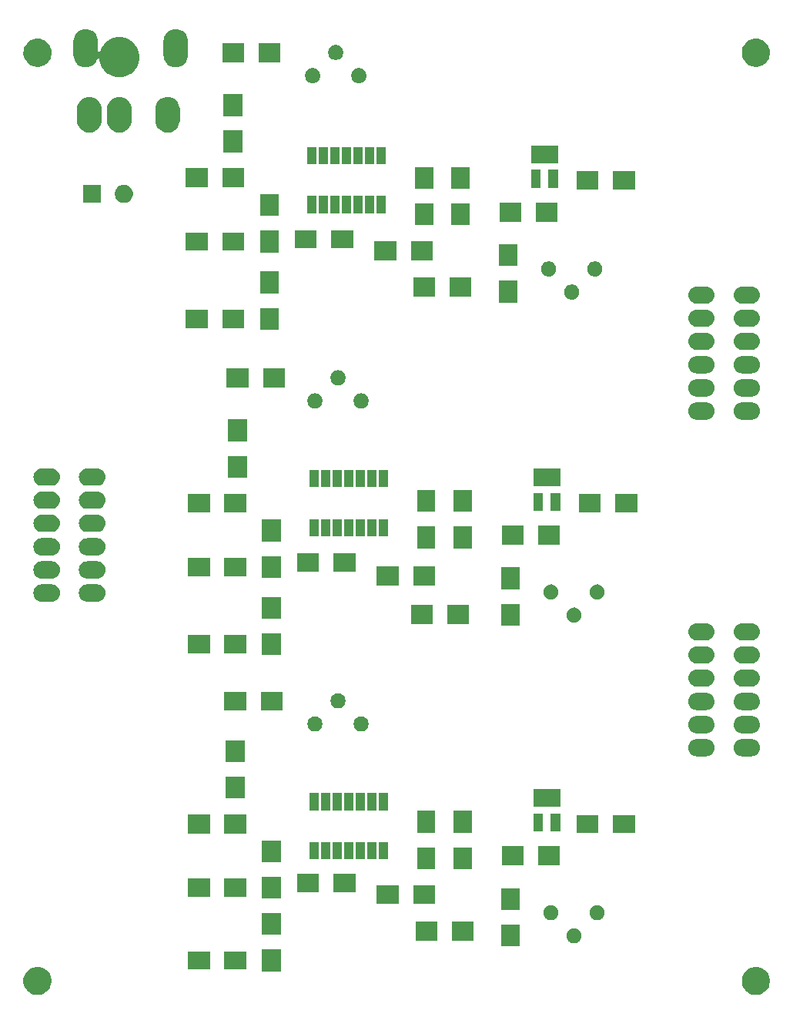
<source format=gbr>
G04 #@! TF.GenerationSoftware,KiCad,Pcbnew,(5.0.2)-1*
G04 #@! TF.CreationDate,2019-03-05T16:27:41-05:00*
G04 #@! TF.ProjectId,piezo_V2,7069657a-6f5f-4563-922e-6b696361645f,rev?*
G04 #@! TF.SameCoordinates,Original*
G04 #@! TF.FileFunction,Soldermask,Top*
G04 #@! TF.FilePolarity,Negative*
%FSLAX46Y46*%
G04 Gerber Fmt 4.6, Leading zero omitted, Abs format (unit mm)*
G04 Created by KiCad (PCBNEW (5.0.2)-1) date 3/5/2019 4:27:41 PM*
%MOMM*%
%LPD*%
G01*
G04 APERTURE LIST*
%ADD10C,1.000000*%
G04 APERTURE END LIST*
D10*
G36*
X188252481Y-141469855D02*
X188452118Y-141509565D01*
X188640173Y-141587460D01*
X188734201Y-141626408D01*
X188988071Y-141796038D01*
X189203962Y-142011929D01*
X189373592Y-142265799D01*
X189373592Y-142265800D01*
X189490435Y-142547882D01*
X189550000Y-142847338D01*
X189550000Y-143152662D01*
X189490435Y-143452118D01*
X189412540Y-143640173D01*
X189373592Y-143734201D01*
X189203962Y-143988071D01*
X188988071Y-144203962D01*
X188734201Y-144373592D01*
X188640173Y-144412540D01*
X188452118Y-144490435D01*
X188252481Y-144530145D01*
X188152663Y-144550000D01*
X187847337Y-144550000D01*
X187747519Y-144530145D01*
X187547882Y-144490435D01*
X187359827Y-144412540D01*
X187265799Y-144373592D01*
X187011929Y-144203962D01*
X186796038Y-143988071D01*
X186626408Y-143734201D01*
X186587460Y-143640173D01*
X186509565Y-143452118D01*
X186450000Y-143152662D01*
X186450000Y-142847338D01*
X186509565Y-142547882D01*
X186626408Y-142265800D01*
X186626408Y-142265799D01*
X186796038Y-142011929D01*
X187011929Y-141796038D01*
X187265799Y-141626408D01*
X187359827Y-141587460D01*
X187547882Y-141509565D01*
X187747519Y-141469855D01*
X187847337Y-141450000D01*
X188152663Y-141450000D01*
X188252481Y-141469855D01*
X188252481Y-141469855D01*
G37*
G36*
X109252481Y-141469855D02*
X109452118Y-141509565D01*
X109640173Y-141587460D01*
X109734201Y-141626408D01*
X109988071Y-141796038D01*
X110203962Y-142011929D01*
X110373592Y-142265799D01*
X110373592Y-142265800D01*
X110490435Y-142547882D01*
X110550000Y-142847338D01*
X110550000Y-143152662D01*
X110490435Y-143452118D01*
X110412540Y-143640173D01*
X110373592Y-143734201D01*
X110203962Y-143988071D01*
X109988071Y-144203962D01*
X109734201Y-144373592D01*
X109640173Y-144412540D01*
X109452118Y-144490435D01*
X109252481Y-144530145D01*
X109152663Y-144550000D01*
X108847337Y-144550000D01*
X108747519Y-144530145D01*
X108547882Y-144490435D01*
X108359827Y-144412540D01*
X108265799Y-144373592D01*
X108011929Y-144203962D01*
X107796038Y-143988071D01*
X107626408Y-143734201D01*
X107587460Y-143640173D01*
X107509565Y-143452118D01*
X107450000Y-143152662D01*
X107450000Y-142847338D01*
X107509565Y-142547882D01*
X107626408Y-142265800D01*
X107626408Y-142265799D01*
X107796038Y-142011929D01*
X108011929Y-141796038D01*
X108265799Y-141626408D01*
X108359827Y-141587460D01*
X108547882Y-141509565D01*
X108747519Y-141469855D01*
X108847337Y-141450000D01*
X109152663Y-141450000D01*
X109252481Y-141469855D01*
X109252481Y-141469855D01*
G37*
G36*
X135800000Y-141950000D02*
X133700000Y-141950000D01*
X133700000Y-139550000D01*
X135800000Y-139550000D01*
X135800000Y-141950000D01*
X135800000Y-141950000D01*
G37*
G36*
X127950000Y-141750000D02*
X125550000Y-141750000D01*
X125550000Y-139750000D01*
X127950000Y-139750000D01*
X127950000Y-141750000D01*
X127950000Y-141750000D01*
G37*
G36*
X131950000Y-141750000D02*
X129550000Y-141750000D01*
X129550000Y-139750000D01*
X131950000Y-139750000D01*
X131950000Y-141750000D01*
X131950000Y-141750000D01*
G37*
G36*
X162050000Y-139200000D02*
X159950000Y-139200000D01*
X159950000Y-136800000D01*
X162050000Y-136800000D01*
X162050000Y-139200000D01*
X162050000Y-139200000D01*
G37*
G36*
X168161925Y-137225948D02*
X168242102Y-137241896D01*
X168304669Y-137267813D01*
X168393151Y-137304463D01*
X168529097Y-137395299D01*
X168644701Y-137510903D01*
X168735537Y-137646849D01*
X168798104Y-137797899D01*
X168830000Y-137958251D01*
X168830000Y-138121749D01*
X168798104Y-138282101D01*
X168735537Y-138433151D01*
X168644701Y-138569097D01*
X168529097Y-138684701D01*
X168393151Y-138775537D01*
X168304669Y-138812187D01*
X168242102Y-138838104D01*
X168161925Y-138854052D01*
X168081749Y-138870000D01*
X167918251Y-138870000D01*
X167838075Y-138854052D01*
X167757898Y-138838104D01*
X167695331Y-138812187D01*
X167606849Y-138775537D01*
X167470903Y-138684701D01*
X167355299Y-138569097D01*
X167264463Y-138433151D01*
X167201896Y-138282101D01*
X167170000Y-138121749D01*
X167170000Y-137958251D01*
X167201896Y-137797899D01*
X167264463Y-137646849D01*
X167355299Y-137510903D01*
X167470903Y-137395299D01*
X167606849Y-137304463D01*
X167695331Y-137267813D01*
X167757898Y-137241896D01*
X167838075Y-137225948D01*
X167918251Y-137210000D01*
X168081749Y-137210000D01*
X168161925Y-137225948D01*
X168161925Y-137225948D01*
G37*
G36*
X156950000Y-138550000D02*
X154550000Y-138550000D01*
X154550000Y-136450000D01*
X156950000Y-136450000D01*
X156950000Y-138550000D01*
X156950000Y-138550000D01*
G37*
G36*
X152950000Y-138550000D02*
X150550000Y-138550000D01*
X150550000Y-136450000D01*
X152950000Y-136450000D01*
X152950000Y-138550000D01*
X152950000Y-138550000D01*
G37*
G36*
X135800000Y-137950000D02*
X133700000Y-137950000D01*
X133700000Y-135550000D01*
X135800000Y-135550000D01*
X135800000Y-137950000D01*
X135800000Y-137950000D01*
G37*
G36*
X170701925Y-134685948D02*
X170782102Y-134701896D01*
X170844669Y-134727813D01*
X170933151Y-134764463D01*
X171069097Y-134855299D01*
X171184701Y-134970903D01*
X171275537Y-135106849D01*
X171338104Y-135257899D01*
X171370000Y-135418251D01*
X171370000Y-135581749D01*
X171338104Y-135742101D01*
X171275537Y-135893151D01*
X171184701Y-136029097D01*
X171069097Y-136144701D01*
X170933151Y-136235537D01*
X170844669Y-136272187D01*
X170782102Y-136298104D01*
X170701925Y-136314052D01*
X170621749Y-136330000D01*
X170458251Y-136330000D01*
X170378075Y-136314052D01*
X170297898Y-136298104D01*
X170235331Y-136272187D01*
X170146849Y-136235537D01*
X170010903Y-136144701D01*
X169895299Y-136029097D01*
X169804463Y-135893151D01*
X169741896Y-135742101D01*
X169710000Y-135581749D01*
X169710000Y-135418251D01*
X169741896Y-135257899D01*
X169804463Y-135106849D01*
X169895299Y-134970903D01*
X170010903Y-134855299D01*
X170146849Y-134764463D01*
X170235331Y-134727813D01*
X170297898Y-134701896D01*
X170378075Y-134685948D01*
X170458251Y-134670000D01*
X170621749Y-134670000D01*
X170701925Y-134685948D01*
X170701925Y-134685948D01*
G37*
G36*
X165621925Y-134685948D02*
X165702102Y-134701896D01*
X165764669Y-134727813D01*
X165853151Y-134764463D01*
X165989097Y-134855299D01*
X166104701Y-134970903D01*
X166195537Y-135106849D01*
X166258104Y-135257899D01*
X166290000Y-135418251D01*
X166290000Y-135581749D01*
X166258104Y-135742101D01*
X166195537Y-135893151D01*
X166104701Y-136029097D01*
X165989097Y-136144701D01*
X165853151Y-136235537D01*
X165764669Y-136272187D01*
X165702102Y-136298104D01*
X165621925Y-136314052D01*
X165541749Y-136330000D01*
X165378251Y-136330000D01*
X165298075Y-136314052D01*
X165217898Y-136298104D01*
X165155331Y-136272187D01*
X165066849Y-136235537D01*
X164930903Y-136144701D01*
X164815299Y-136029097D01*
X164724463Y-135893151D01*
X164661896Y-135742101D01*
X164630000Y-135581749D01*
X164630000Y-135418251D01*
X164661896Y-135257899D01*
X164724463Y-135106849D01*
X164815299Y-134970903D01*
X164930903Y-134855299D01*
X165066849Y-134764463D01*
X165155331Y-134727813D01*
X165217898Y-134701896D01*
X165298075Y-134685948D01*
X165378251Y-134670000D01*
X165541749Y-134670000D01*
X165621925Y-134685948D01*
X165621925Y-134685948D01*
G37*
G36*
X162050000Y-135200000D02*
X159950000Y-135200000D01*
X159950000Y-132800000D01*
X162050000Y-132800000D01*
X162050000Y-135200000D01*
X162050000Y-135200000D01*
G37*
G36*
X148700000Y-134550000D02*
X146300000Y-134550000D01*
X146300000Y-132450000D01*
X148700000Y-132450000D01*
X148700000Y-134550000D01*
X148700000Y-134550000D01*
G37*
G36*
X152700000Y-134550000D02*
X150300000Y-134550000D01*
X150300000Y-132450000D01*
X152700000Y-132450000D01*
X152700000Y-134550000D01*
X152700000Y-134550000D01*
G37*
G36*
X135800000Y-133950000D02*
X133700000Y-133950000D01*
X133700000Y-131550000D01*
X135800000Y-131550000D01*
X135800000Y-133950000D01*
X135800000Y-133950000D01*
G37*
G36*
X127950000Y-133750000D02*
X125550000Y-133750000D01*
X125550000Y-131750000D01*
X127950000Y-131750000D01*
X127950000Y-133750000D01*
X127950000Y-133750000D01*
G37*
G36*
X131950000Y-133750000D02*
X129550000Y-133750000D01*
X129550000Y-131750000D01*
X131950000Y-131750000D01*
X131950000Y-133750000D01*
X131950000Y-133750000D01*
G37*
G36*
X143950000Y-133250000D02*
X141550000Y-133250000D01*
X141550000Y-131250000D01*
X143950000Y-131250000D01*
X143950000Y-133250000D01*
X143950000Y-133250000D01*
G37*
G36*
X139950000Y-133250000D02*
X137550000Y-133250000D01*
X137550000Y-131250000D01*
X139950000Y-131250000D01*
X139950000Y-133250000D01*
X139950000Y-133250000D01*
G37*
G36*
X156800000Y-130700000D02*
X154700000Y-130700000D01*
X154700000Y-128300000D01*
X156800000Y-128300000D01*
X156800000Y-130700000D01*
X156800000Y-130700000D01*
G37*
G36*
X152750000Y-130700000D02*
X150750000Y-130700000D01*
X150750000Y-128300000D01*
X152750000Y-128300000D01*
X152750000Y-130700000D01*
X152750000Y-130700000D01*
G37*
G36*
X162450000Y-130300000D02*
X160050000Y-130300000D01*
X160050000Y-128200000D01*
X162450000Y-128200000D01*
X162450000Y-130300000D01*
X162450000Y-130300000D01*
G37*
G36*
X166450000Y-130300000D02*
X164050000Y-130300000D01*
X164050000Y-128200000D01*
X166450000Y-128200000D01*
X166450000Y-130300000D01*
X166450000Y-130300000D01*
G37*
G36*
X135800000Y-129950000D02*
X133700000Y-129950000D01*
X133700000Y-127550000D01*
X135800000Y-127550000D01*
X135800000Y-129950000D01*
X135800000Y-129950000D01*
G37*
G36*
X146290000Y-129650000D02*
X145290000Y-129650000D01*
X145290000Y-127750000D01*
X146290000Y-127750000D01*
X146290000Y-129650000D01*
X146290000Y-129650000D01*
G37*
G36*
X145020000Y-129650000D02*
X144020000Y-129650000D01*
X144020000Y-127750000D01*
X145020000Y-127750000D01*
X145020000Y-129650000D01*
X145020000Y-129650000D01*
G37*
G36*
X143750000Y-129650000D02*
X142750000Y-129650000D01*
X142750000Y-127750000D01*
X143750000Y-127750000D01*
X143750000Y-129650000D01*
X143750000Y-129650000D01*
G37*
G36*
X142480000Y-129650000D02*
X141480000Y-129650000D01*
X141480000Y-127750000D01*
X142480000Y-127750000D01*
X142480000Y-129650000D01*
X142480000Y-129650000D01*
G37*
G36*
X139940000Y-129650000D02*
X138940000Y-129650000D01*
X138940000Y-127750000D01*
X139940000Y-127750000D01*
X139940000Y-129650000D01*
X139940000Y-129650000D01*
G37*
G36*
X147560000Y-129650000D02*
X146560000Y-129650000D01*
X146560000Y-127750000D01*
X147560000Y-127750000D01*
X147560000Y-129650000D01*
X147560000Y-129650000D01*
G37*
G36*
X141210000Y-129650000D02*
X140210000Y-129650000D01*
X140210000Y-127750000D01*
X141210000Y-127750000D01*
X141210000Y-129650000D01*
X141210000Y-129650000D01*
G37*
G36*
X127950000Y-126800000D02*
X125550000Y-126800000D01*
X125550000Y-124700000D01*
X127950000Y-124700000D01*
X127950000Y-126800000D01*
X127950000Y-126800000D01*
G37*
G36*
X131950000Y-126800000D02*
X129550000Y-126800000D01*
X129550000Y-124700000D01*
X131950000Y-124700000D01*
X131950000Y-126800000D01*
X131950000Y-126800000D01*
G37*
G36*
X174700000Y-126750000D02*
X172300000Y-126750000D01*
X172300000Y-124750000D01*
X174700000Y-124750000D01*
X174700000Y-126750000D01*
X174700000Y-126750000D01*
G37*
G36*
X170700000Y-126750000D02*
X168300000Y-126750000D01*
X168300000Y-124750000D01*
X170700000Y-124750000D01*
X170700000Y-126750000D01*
X170700000Y-126750000D01*
G37*
G36*
X156800000Y-126700000D02*
X154700000Y-126700000D01*
X154700000Y-124300000D01*
X156800000Y-124300000D01*
X156800000Y-126700000D01*
X156800000Y-126700000D01*
G37*
G36*
X152750000Y-126700000D02*
X150750000Y-126700000D01*
X150750000Y-124300000D01*
X152750000Y-124300000D01*
X152750000Y-126700000D01*
X152750000Y-126700000D01*
G37*
G36*
X166475000Y-126580000D02*
X165425000Y-126580000D01*
X165425000Y-124620000D01*
X166475000Y-124620000D01*
X166475000Y-126580000D01*
X166475000Y-126580000D01*
G37*
G36*
X164575000Y-126580000D02*
X163525000Y-126580000D01*
X163525000Y-124620000D01*
X164575000Y-124620000D01*
X164575000Y-126580000D01*
X164575000Y-126580000D01*
G37*
G36*
X143750000Y-124250000D02*
X142750000Y-124250000D01*
X142750000Y-122350000D01*
X143750000Y-122350000D01*
X143750000Y-124250000D01*
X143750000Y-124250000D01*
G37*
G36*
X147560000Y-124250000D02*
X146560000Y-124250000D01*
X146560000Y-122350000D01*
X147560000Y-122350000D01*
X147560000Y-124250000D01*
X147560000Y-124250000D01*
G37*
G36*
X146290000Y-124250000D02*
X145290000Y-124250000D01*
X145290000Y-122350000D01*
X146290000Y-122350000D01*
X146290000Y-124250000D01*
X146290000Y-124250000D01*
G37*
G36*
X142480000Y-124250000D02*
X141480000Y-124250000D01*
X141480000Y-122350000D01*
X142480000Y-122350000D01*
X142480000Y-124250000D01*
X142480000Y-124250000D01*
G37*
G36*
X141210000Y-124250000D02*
X140210000Y-124250000D01*
X140210000Y-122350000D01*
X141210000Y-122350000D01*
X141210000Y-124250000D01*
X141210000Y-124250000D01*
G37*
G36*
X139940000Y-124250000D02*
X138940000Y-124250000D01*
X138940000Y-122350000D01*
X139940000Y-122350000D01*
X139940000Y-124250000D01*
X139940000Y-124250000D01*
G37*
G36*
X145020000Y-124250000D02*
X144020000Y-124250000D01*
X144020000Y-122350000D01*
X145020000Y-122350000D01*
X145020000Y-124250000D01*
X145020000Y-124250000D01*
G37*
G36*
X166475000Y-123880000D02*
X163525000Y-123880000D01*
X163525000Y-121920000D01*
X166475000Y-121920000D01*
X166475000Y-123880000D01*
X166475000Y-123880000D01*
G37*
G36*
X131800000Y-122950000D02*
X129700000Y-122950000D01*
X129700000Y-120550000D01*
X131800000Y-120550000D01*
X131800000Y-122950000D01*
X131800000Y-122950000D01*
G37*
G36*
X131800000Y-118950000D02*
X129700000Y-118950000D01*
X129700000Y-116550000D01*
X131800000Y-116550000D01*
X131800000Y-118950000D01*
X131800000Y-118950000D01*
G37*
G36*
X182686232Y-116433746D02*
X182775770Y-116460907D01*
X182865309Y-116488068D01*
X183030347Y-116576283D01*
X183175001Y-116694999D01*
X183293717Y-116839653D01*
X183381932Y-117004691D01*
X183436254Y-117183769D01*
X183454596Y-117370000D01*
X183436254Y-117556231D01*
X183381932Y-117735309D01*
X183293717Y-117900347D01*
X183175001Y-118045001D01*
X183030347Y-118163717D01*
X182865309Y-118251932D01*
X182775770Y-118279093D01*
X182686232Y-118306254D01*
X182546666Y-118320000D01*
X181453334Y-118320000D01*
X181313768Y-118306254D01*
X181224230Y-118279093D01*
X181134691Y-118251932D01*
X180969653Y-118163717D01*
X180824999Y-118045001D01*
X180706283Y-117900347D01*
X180618068Y-117735309D01*
X180563746Y-117556231D01*
X180545404Y-117370000D01*
X180563746Y-117183769D01*
X180618068Y-117004691D01*
X180706283Y-116839653D01*
X180824999Y-116694999D01*
X180969653Y-116576283D01*
X181134691Y-116488068D01*
X181224230Y-116460907D01*
X181313768Y-116433746D01*
X181453334Y-116420000D01*
X182546666Y-116420000D01*
X182686232Y-116433746D01*
X182686232Y-116433746D01*
G37*
G36*
X187686232Y-116433746D02*
X187775770Y-116460907D01*
X187865309Y-116488068D01*
X188030347Y-116576283D01*
X188175001Y-116694999D01*
X188293717Y-116839653D01*
X188381932Y-117004691D01*
X188436254Y-117183769D01*
X188454596Y-117370000D01*
X188436254Y-117556231D01*
X188381932Y-117735309D01*
X188293717Y-117900347D01*
X188175001Y-118045001D01*
X188030347Y-118163717D01*
X187865309Y-118251932D01*
X187775770Y-118279093D01*
X187686232Y-118306254D01*
X187546666Y-118320000D01*
X186453334Y-118320000D01*
X186313768Y-118306254D01*
X186224230Y-118279093D01*
X186134691Y-118251932D01*
X185969653Y-118163717D01*
X185824999Y-118045001D01*
X185706283Y-117900347D01*
X185618068Y-117735309D01*
X185563746Y-117556231D01*
X185545404Y-117370000D01*
X185563746Y-117183769D01*
X185618068Y-117004691D01*
X185706283Y-116839653D01*
X185824999Y-116694999D01*
X185969653Y-116576283D01*
X186134691Y-116488068D01*
X186224230Y-116460907D01*
X186313768Y-116433746D01*
X186453334Y-116420000D01*
X187546666Y-116420000D01*
X187686232Y-116433746D01*
X187686232Y-116433746D01*
G37*
G36*
X187616448Y-113886873D02*
X187686232Y-113893746D01*
X187772780Y-113920000D01*
X187865309Y-113948068D01*
X188030347Y-114036283D01*
X188175001Y-114154999D01*
X188293717Y-114299653D01*
X188381932Y-114464691D01*
X188395039Y-114507899D01*
X188436254Y-114643768D01*
X188454596Y-114830000D01*
X188438631Y-114992102D01*
X188436254Y-115016231D01*
X188381932Y-115195309D01*
X188293717Y-115360347D01*
X188175001Y-115505001D01*
X188030347Y-115623717D01*
X187865309Y-115711932D01*
X187775770Y-115739093D01*
X187686232Y-115766254D01*
X187616448Y-115773127D01*
X187546666Y-115780000D01*
X186453334Y-115780000D01*
X186383552Y-115773127D01*
X186313768Y-115766254D01*
X186224230Y-115739093D01*
X186134691Y-115711932D01*
X185969653Y-115623717D01*
X185824999Y-115505001D01*
X185706283Y-115360347D01*
X185618068Y-115195309D01*
X185563746Y-115016231D01*
X185561370Y-114992102D01*
X185545404Y-114830000D01*
X185563746Y-114643768D01*
X185604961Y-114507899D01*
X185618068Y-114464691D01*
X185706283Y-114299653D01*
X185824999Y-114154999D01*
X185969653Y-114036283D01*
X186134691Y-113948068D01*
X186227220Y-113920000D01*
X186313768Y-113893746D01*
X186383552Y-113886873D01*
X186453334Y-113880000D01*
X187546666Y-113880000D01*
X187616448Y-113886873D01*
X187616448Y-113886873D01*
G37*
G36*
X182616448Y-113886873D02*
X182686232Y-113893746D01*
X182772780Y-113920000D01*
X182865309Y-113948068D01*
X183030347Y-114036283D01*
X183175001Y-114154999D01*
X183293717Y-114299653D01*
X183381932Y-114464691D01*
X183395039Y-114507899D01*
X183436254Y-114643768D01*
X183454596Y-114830000D01*
X183438631Y-114992102D01*
X183436254Y-115016231D01*
X183381932Y-115195309D01*
X183293717Y-115360347D01*
X183175001Y-115505001D01*
X183030347Y-115623717D01*
X182865309Y-115711932D01*
X182775770Y-115739093D01*
X182686232Y-115766254D01*
X182616448Y-115773127D01*
X182546666Y-115780000D01*
X181453334Y-115780000D01*
X181383552Y-115773127D01*
X181313768Y-115766254D01*
X181224230Y-115739093D01*
X181134691Y-115711932D01*
X180969653Y-115623717D01*
X180824999Y-115505001D01*
X180706283Y-115360347D01*
X180618068Y-115195309D01*
X180563746Y-115016231D01*
X180561370Y-114992102D01*
X180545404Y-114830000D01*
X180563746Y-114643768D01*
X180604961Y-114507899D01*
X180618068Y-114464691D01*
X180706283Y-114299653D01*
X180824999Y-114154999D01*
X180969653Y-114036283D01*
X181134691Y-113948068D01*
X181227220Y-113920000D01*
X181313768Y-113893746D01*
X181383552Y-113886873D01*
X181453334Y-113880000D01*
X182546666Y-113880000D01*
X182616448Y-113886873D01*
X182616448Y-113886873D01*
G37*
G36*
X144741925Y-113935948D02*
X144822102Y-113951896D01*
X144884669Y-113977813D01*
X144973151Y-114014463D01*
X145109097Y-114105299D01*
X145224701Y-114220903D01*
X145315537Y-114356849D01*
X145378104Y-114507899D01*
X145410000Y-114668251D01*
X145410000Y-114831749D01*
X145378104Y-114992101D01*
X145315537Y-115143151D01*
X145224701Y-115279097D01*
X145109097Y-115394701D01*
X144973151Y-115485537D01*
X144884669Y-115522187D01*
X144822102Y-115548104D01*
X144741925Y-115564052D01*
X144661749Y-115580000D01*
X144498251Y-115580000D01*
X144418075Y-115564052D01*
X144337898Y-115548104D01*
X144275331Y-115522187D01*
X144186849Y-115485537D01*
X144050903Y-115394701D01*
X143935299Y-115279097D01*
X143844463Y-115143151D01*
X143781896Y-114992101D01*
X143750000Y-114831749D01*
X143750000Y-114668251D01*
X143781896Y-114507899D01*
X143844463Y-114356849D01*
X143935299Y-114220903D01*
X144050903Y-114105299D01*
X144186849Y-114014463D01*
X144275331Y-113977813D01*
X144337898Y-113951896D01*
X144418075Y-113935948D01*
X144498251Y-113920000D01*
X144661749Y-113920000D01*
X144741925Y-113935948D01*
X144741925Y-113935948D01*
G37*
G36*
X139661925Y-113935948D02*
X139742102Y-113951896D01*
X139804669Y-113977813D01*
X139893151Y-114014463D01*
X140029097Y-114105299D01*
X140144701Y-114220903D01*
X140235537Y-114356849D01*
X140298104Y-114507899D01*
X140330000Y-114668251D01*
X140330000Y-114831749D01*
X140298104Y-114992101D01*
X140235537Y-115143151D01*
X140144701Y-115279097D01*
X140029097Y-115394701D01*
X139893151Y-115485537D01*
X139804669Y-115522187D01*
X139742102Y-115548104D01*
X139661925Y-115564052D01*
X139581749Y-115580000D01*
X139418251Y-115580000D01*
X139338075Y-115564052D01*
X139257898Y-115548104D01*
X139195331Y-115522187D01*
X139106849Y-115485537D01*
X138970903Y-115394701D01*
X138855299Y-115279097D01*
X138764463Y-115143151D01*
X138701896Y-114992101D01*
X138670000Y-114831749D01*
X138670000Y-114668251D01*
X138701896Y-114507899D01*
X138764463Y-114356849D01*
X138855299Y-114220903D01*
X138970903Y-114105299D01*
X139106849Y-114014463D01*
X139195331Y-113977813D01*
X139257898Y-113951896D01*
X139338075Y-113935948D01*
X139418251Y-113920000D01*
X139581749Y-113920000D01*
X139661925Y-113935948D01*
X139661925Y-113935948D01*
G37*
G36*
X131950000Y-113300000D02*
X129550000Y-113300000D01*
X129550000Y-111200000D01*
X131950000Y-111200000D01*
X131950000Y-113300000D01*
X131950000Y-113300000D01*
G37*
G36*
X135950000Y-113300000D02*
X133550000Y-113300000D01*
X133550000Y-111200000D01*
X135950000Y-111200000D01*
X135950000Y-113300000D01*
X135950000Y-113300000D01*
G37*
G36*
X182686232Y-111353746D02*
X182772780Y-111380000D01*
X182865309Y-111408068D01*
X183030347Y-111496283D01*
X183175001Y-111614999D01*
X183293717Y-111759653D01*
X183381932Y-111924691D01*
X183395039Y-111967899D01*
X183436254Y-112103768D01*
X183454596Y-112290000D01*
X183438631Y-112452102D01*
X183436254Y-112476231D01*
X183381932Y-112655309D01*
X183293717Y-112820347D01*
X183175001Y-112965001D01*
X183030347Y-113083717D01*
X182865309Y-113171932D01*
X182775770Y-113199093D01*
X182686232Y-113226254D01*
X182546666Y-113240000D01*
X181453334Y-113240000D01*
X181313768Y-113226254D01*
X181224230Y-113199093D01*
X181134691Y-113171932D01*
X180969653Y-113083717D01*
X180824999Y-112965001D01*
X180706283Y-112820347D01*
X180618068Y-112655309D01*
X180563746Y-112476231D01*
X180561370Y-112452102D01*
X180545404Y-112290000D01*
X180563746Y-112103768D01*
X180604961Y-111967899D01*
X180618068Y-111924691D01*
X180706283Y-111759653D01*
X180824999Y-111614999D01*
X180969653Y-111496283D01*
X181134691Y-111408068D01*
X181227220Y-111380000D01*
X181313768Y-111353746D01*
X181453334Y-111340000D01*
X182546666Y-111340000D01*
X182686232Y-111353746D01*
X182686232Y-111353746D01*
G37*
G36*
X187686232Y-111353746D02*
X187772780Y-111380000D01*
X187865309Y-111408068D01*
X188030347Y-111496283D01*
X188175001Y-111614999D01*
X188293717Y-111759653D01*
X188381932Y-111924691D01*
X188395039Y-111967899D01*
X188436254Y-112103768D01*
X188454596Y-112290000D01*
X188438631Y-112452102D01*
X188436254Y-112476231D01*
X188381932Y-112655309D01*
X188293717Y-112820347D01*
X188175001Y-112965001D01*
X188030347Y-113083717D01*
X187865309Y-113171932D01*
X187775770Y-113199093D01*
X187686232Y-113226254D01*
X187546666Y-113240000D01*
X186453334Y-113240000D01*
X186313768Y-113226254D01*
X186224230Y-113199093D01*
X186134691Y-113171932D01*
X185969653Y-113083717D01*
X185824999Y-112965001D01*
X185706283Y-112820347D01*
X185618068Y-112655309D01*
X185563746Y-112476231D01*
X185561370Y-112452102D01*
X185545404Y-112290000D01*
X185563746Y-112103768D01*
X185604961Y-111967899D01*
X185618068Y-111924691D01*
X185706283Y-111759653D01*
X185824999Y-111614999D01*
X185969653Y-111496283D01*
X186134691Y-111408068D01*
X186227220Y-111380000D01*
X186313768Y-111353746D01*
X186453334Y-111340000D01*
X187546666Y-111340000D01*
X187686232Y-111353746D01*
X187686232Y-111353746D01*
G37*
G36*
X142201925Y-111395948D02*
X142282102Y-111411896D01*
X142344669Y-111437813D01*
X142433151Y-111474463D01*
X142569097Y-111565299D01*
X142684701Y-111680903D01*
X142775537Y-111816849D01*
X142838104Y-111967899D01*
X142870000Y-112128251D01*
X142870000Y-112291749D01*
X142838104Y-112452101D01*
X142775537Y-112603151D01*
X142684701Y-112739097D01*
X142569097Y-112854701D01*
X142433151Y-112945537D01*
X142344669Y-112982187D01*
X142282102Y-113008104D01*
X142201925Y-113024052D01*
X142121749Y-113040000D01*
X141958251Y-113040000D01*
X141878075Y-113024052D01*
X141797898Y-113008104D01*
X141735331Y-112982187D01*
X141646849Y-112945537D01*
X141510903Y-112854701D01*
X141395299Y-112739097D01*
X141304463Y-112603151D01*
X141241896Y-112452101D01*
X141210000Y-112291749D01*
X141210000Y-112128251D01*
X141241896Y-111967899D01*
X141304463Y-111816849D01*
X141395299Y-111680903D01*
X141510903Y-111565299D01*
X141646849Y-111474463D01*
X141735331Y-111437813D01*
X141797898Y-111411896D01*
X141878075Y-111395948D01*
X141958251Y-111380000D01*
X142121749Y-111380000D01*
X142201925Y-111395948D01*
X142201925Y-111395948D01*
G37*
G36*
X182686232Y-108773746D02*
X182775770Y-108800907D01*
X182865309Y-108828068D01*
X183030347Y-108916283D01*
X183175001Y-109034999D01*
X183293717Y-109179653D01*
X183381932Y-109344691D01*
X183436254Y-109523769D01*
X183454596Y-109710000D01*
X183436254Y-109896231D01*
X183381932Y-110075309D01*
X183293717Y-110240347D01*
X183175001Y-110385001D01*
X183030347Y-110503717D01*
X182865309Y-110591932D01*
X182775770Y-110619093D01*
X182686232Y-110646254D01*
X182616448Y-110653127D01*
X182546666Y-110660000D01*
X181453334Y-110660000D01*
X181383552Y-110653127D01*
X181313768Y-110646254D01*
X181224230Y-110619093D01*
X181134691Y-110591932D01*
X180969653Y-110503717D01*
X180824999Y-110385001D01*
X180706283Y-110240347D01*
X180618068Y-110075309D01*
X180563746Y-109896231D01*
X180545404Y-109710000D01*
X180563746Y-109523769D01*
X180618068Y-109344691D01*
X180706283Y-109179653D01*
X180824999Y-109034999D01*
X180969653Y-108916283D01*
X181134691Y-108828068D01*
X181224230Y-108800907D01*
X181313768Y-108773746D01*
X181453334Y-108760000D01*
X182546666Y-108760000D01*
X182686232Y-108773746D01*
X182686232Y-108773746D01*
G37*
G36*
X187686232Y-108773746D02*
X187775770Y-108800907D01*
X187865309Y-108828068D01*
X188030347Y-108916283D01*
X188175001Y-109034999D01*
X188293717Y-109179653D01*
X188381932Y-109344691D01*
X188436254Y-109523769D01*
X188454596Y-109710000D01*
X188436254Y-109896231D01*
X188381932Y-110075309D01*
X188293717Y-110240347D01*
X188175001Y-110385001D01*
X188030347Y-110503717D01*
X187865309Y-110591932D01*
X187775770Y-110619093D01*
X187686232Y-110646254D01*
X187616448Y-110653127D01*
X187546666Y-110660000D01*
X186453334Y-110660000D01*
X186383552Y-110653127D01*
X186313768Y-110646254D01*
X186224230Y-110619093D01*
X186134691Y-110591932D01*
X185969653Y-110503717D01*
X185824999Y-110385001D01*
X185706283Y-110240347D01*
X185618068Y-110075309D01*
X185563746Y-109896231D01*
X185545404Y-109710000D01*
X185563746Y-109523769D01*
X185618068Y-109344691D01*
X185706283Y-109179653D01*
X185824999Y-109034999D01*
X185969653Y-108916283D01*
X186134691Y-108828068D01*
X186224230Y-108800907D01*
X186313768Y-108773746D01*
X186453334Y-108760000D01*
X187546666Y-108760000D01*
X187686232Y-108773746D01*
X187686232Y-108773746D01*
G37*
G36*
X182686232Y-106233746D02*
X182775770Y-106260907D01*
X182865309Y-106288068D01*
X183030347Y-106376283D01*
X183175001Y-106494999D01*
X183293717Y-106639653D01*
X183381932Y-106804691D01*
X183436254Y-106983769D01*
X183454596Y-107170000D01*
X183436254Y-107356231D01*
X183381932Y-107535309D01*
X183293717Y-107700347D01*
X183175001Y-107845001D01*
X183030347Y-107963717D01*
X182865309Y-108051932D01*
X182775770Y-108079093D01*
X182686232Y-108106254D01*
X182546666Y-108120000D01*
X181453334Y-108120000D01*
X181313768Y-108106254D01*
X181224230Y-108079093D01*
X181134691Y-108051932D01*
X180969653Y-107963717D01*
X180824999Y-107845001D01*
X180706283Y-107700347D01*
X180618068Y-107535309D01*
X180563746Y-107356231D01*
X180545404Y-107170000D01*
X180563746Y-106983769D01*
X180618068Y-106804691D01*
X180706283Y-106639653D01*
X180824999Y-106494999D01*
X180969653Y-106376283D01*
X181134691Y-106288068D01*
X181224230Y-106260907D01*
X181313768Y-106233746D01*
X181453334Y-106220000D01*
X182546666Y-106220000D01*
X182686232Y-106233746D01*
X182686232Y-106233746D01*
G37*
G36*
X187686232Y-106233746D02*
X187775770Y-106260907D01*
X187865309Y-106288068D01*
X188030347Y-106376283D01*
X188175001Y-106494999D01*
X188293717Y-106639653D01*
X188381932Y-106804691D01*
X188436254Y-106983769D01*
X188454596Y-107170000D01*
X188436254Y-107356231D01*
X188381932Y-107535309D01*
X188293717Y-107700347D01*
X188175001Y-107845001D01*
X188030347Y-107963717D01*
X187865309Y-108051932D01*
X187775770Y-108079093D01*
X187686232Y-108106254D01*
X187546666Y-108120000D01*
X186453334Y-108120000D01*
X186313768Y-108106254D01*
X186224230Y-108079093D01*
X186134691Y-108051932D01*
X185969653Y-107963717D01*
X185824999Y-107845001D01*
X185706283Y-107700347D01*
X185618068Y-107535309D01*
X185563746Y-107356231D01*
X185545404Y-107170000D01*
X185563746Y-106983769D01*
X185618068Y-106804691D01*
X185706283Y-106639653D01*
X185824999Y-106494999D01*
X185969653Y-106376283D01*
X186134691Y-106288068D01*
X186224230Y-106260907D01*
X186313768Y-106233746D01*
X186453334Y-106220000D01*
X187546666Y-106220000D01*
X187686232Y-106233746D01*
X187686232Y-106233746D01*
G37*
G36*
X135800000Y-107200000D02*
X133700000Y-107200000D01*
X133700000Y-104800000D01*
X135800000Y-104800000D01*
X135800000Y-107200000D01*
X135800000Y-107200000D01*
G37*
G36*
X131950000Y-107000000D02*
X129550000Y-107000000D01*
X129550000Y-105000000D01*
X131950000Y-105000000D01*
X131950000Y-107000000D01*
X131950000Y-107000000D01*
G37*
G36*
X127950000Y-107000000D02*
X125550000Y-107000000D01*
X125550000Y-105000000D01*
X127950000Y-105000000D01*
X127950000Y-107000000D01*
X127950000Y-107000000D01*
G37*
G36*
X182616448Y-103686873D02*
X182686232Y-103693746D01*
X182775770Y-103720907D01*
X182865309Y-103748068D01*
X183030347Y-103836283D01*
X183175001Y-103954999D01*
X183293717Y-104099653D01*
X183381932Y-104264691D01*
X183436254Y-104443769D01*
X183454596Y-104630000D01*
X183436254Y-104816231D01*
X183381932Y-104995309D01*
X183293717Y-105160347D01*
X183175001Y-105305001D01*
X183030347Y-105423717D01*
X182865309Y-105511932D01*
X182775770Y-105539093D01*
X182686232Y-105566254D01*
X182616448Y-105573127D01*
X182546666Y-105580000D01*
X181453334Y-105580000D01*
X181383552Y-105573127D01*
X181313768Y-105566254D01*
X181224230Y-105539093D01*
X181134691Y-105511932D01*
X180969653Y-105423717D01*
X180824999Y-105305001D01*
X180706283Y-105160347D01*
X180618068Y-104995309D01*
X180563746Y-104816231D01*
X180545404Y-104630000D01*
X180563746Y-104443769D01*
X180618068Y-104264691D01*
X180706283Y-104099653D01*
X180824999Y-103954999D01*
X180969653Y-103836283D01*
X181134691Y-103748068D01*
X181224230Y-103720907D01*
X181313768Y-103693746D01*
X181453334Y-103680000D01*
X182546666Y-103680000D01*
X182616448Y-103686873D01*
X182616448Y-103686873D01*
G37*
G36*
X187616448Y-103686873D02*
X187686232Y-103693746D01*
X187775770Y-103720907D01*
X187865309Y-103748068D01*
X188030347Y-103836283D01*
X188175001Y-103954999D01*
X188293717Y-104099653D01*
X188381932Y-104264691D01*
X188436254Y-104443769D01*
X188454596Y-104630000D01*
X188436254Y-104816231D01*
X188381932Y-104995309D01*
X188293717Y-105160347D01*
X188175001Y-105305001D01*
X188030347Y-105423717D01*
X187865309Y-105511932D01*
X187775770Y-105539093D01*
X187686232Y-105566254D01*
X187616448Y-105573127D01*
X187546666Y-105580000D01*
X186453334Y-105580000D01*
X186383552Y-105573127D01*
X186313768Y-105566254D01*
X186224230Y-105539093D01*
X186134691Y-105511932D01*
X185969653Y-105423717D01*
X185824999Y-105305001D01*
X185706283Y-105160347D01*
X185618068Y-104995309D01*
X185563746Y-104816231D01*
X185545404Y-104630000D01*
X185563746Y-104443769D01*
X185618068Y-104264691D01*
X185706283Y-104099653D01*
X185824999Y-103954999D01*
X185969653Y-103836283D01*
X186134691Y-103748068D01*
X186224230Y-103720907D01*
X186313768Y-103693746D01*
X186453334Y-103680000D01*
X187546666Y-103680000D01*
X187616448Y-103686873D01*
X187616448Y-103686873D01*
G37*
G36*
X162050000Y-103950000D02*
X159950000Y-103950000D01*
X159950000Y-101550000D01*
X162050000Y-101550000D01*
X162050000Y-103950000D01*
X162050000Y-103950000D01*
G37*
G36*
X152450000Y-103800000D02*
X150050000Y-103800000D01*
X150050000Y-101700000D01*
X152450000Y-101700000D01*
X152450000Y-103800000D01*
X152450000Y-103800000D01*
G37*
G36*
X156450000Y-103800000D02*
X154050000Y-103800000D01*
X154050000Y-101700000D01*
X156450000Y-101700000D01*
X156450000Y-103800000D01*
X156450000Y-103800000D01*
G37*
G36*
X168161925Y-101975948D02*
X168242102Y-101991896D01*
X168304669Y-102017813D01*
X168393151Y-102054463D01*
X168529097Y-102145299D01*
X168644701Y-102260903D01*
X168735537Y-102396849D01*
X168798104Y-102547899D01*
X168830000Y-102708251D01*
X168830000Y-102871749D01*
X168798104Y-103032101D01*
X168735537Y-103183151D01*
X168644701Y-103319097D01*
X168529097Y-103434701D01*
X168393151Y-103525537D01*
X168304669Y-103562187D01*
X168242102Y-103588104D01*
X168161925Y-103604052D01*
X168081749Y-103620000D01*
X167918251Y-103620000D01*
X167838075Y-103604052D01*
X167757898Y-103588104D01*
X167695331Y-103562187D01*
X167606849Y-103525537D01*
X167470903Y-103434701D01*
X167355299Y-103319097D01*
X167264463Y-103183151D01*
X167201896Y-103032101D01*
X167170000Y-102871749D01*
X167170000Y-102708251D01*
X167201896Y-102547899D01*
X167264463Y-102396849D01*
X167355299Y-102260903D01*
X167470903Y-102145299D01*
X167606849Y-102054463D01*
X167695331Y-102017813D01*
X167757898Y-101991896D01*
X167838075Y-101975948D01*
X167918251Y-101960000D01*
X168081749Y-101960000D01*
X168161925Y-101975948D01*
X168161925Y-101975948D01*
G37*
G36*
X135800000Y-103200000D02*
X133700000Y-103200000D01*
X133700000Y-100800000D01*
X135800000Y-100800000D01*
X135800000Y-103200000D01*
X135800000Y-103200000D01*
G37*
G36*
X110616448Y-99426873D02*
X110686232Y-99433746D01*
X110775770Y-99460907D01*
X110865309Y-99488068D01*
X111030347Y-99576283D01*
X111175001Y-99694999D01*
X111293717Y-99839653D01*
X111381932Y-100004691D01*
X111436254Y-100183769D01*
X111454596Y-100370000D01*
X111436254Y-100556231D01*
X111381932Y-100735309D01*
X111293717Y-100900347D01*
X111175001Y-101045001D01*
X111030347Y-101163717D01*
X110865309Y-101251932D01*
X110775770Y-101279093D01*
X110686232Y-101306254D01*
X110616448Y-101313127D01*
X110546666Y-101320000D01*
X109453334Y-101320000D01*
X109383552Y-101313127D01*
X109313768Y-101306254D01*
X109224230Y-101279093D01*
X109134691Y-101251932D01*
X108969653Y-101163717D01*
X108824999Y-101045001D01*
X108706283Y-100900347D01*
X108618068Y-100735309D01*
X108563746Y-100556231D01*
X108545404Y-100370000D01*
X108563746Y-100183769D01*
X108618068Y-100004691D01*
X108706283Y-99839653D01*
X108824999Y-99694999D01*
X108969653Y-99576283D01*
X109134691Y-99488068D01*
X109224230Y-99460907D01*
X109313768Y-99433746D01*
X109383552Y-99426873D01*
X109453334Y-99420000D01*
X110546666Y-99420000D01*
X110616448Y-99426873D01*
X110616448Y-99426873D01*
G37*
G36*
X115616448Y-99426873D02*
X115686232Y-99433746D01*
X115775770Y-99460907D01*
X115865309Y-99488068D01*
X116030347Y-99576283D01*
X116175001Y-99694999D01*
X116293717Y-99839653D01*
X116381932Y-100004691D01*
X116436254Y-100183769D01*
X116454596Y-100370000D01*
X116436254Y-100556231D01*
X116381932Y-100735309D01*
X116293717Y-100900347D01*
X116175001Y-101045001D01*
X116030347Y-101163717D01*
X115865309Y-101251932D01*
X115775770Y-101279093D01*
X115686232Y-101306254D01*
X115616448Y-101313127D01*
X115546666Y-101320000D01*
X114453334Y-101320000D01*
X114383552Y-101313127D01*
X114313768Y-101306254D01*
X114224230Y-101279093D01*
X114134691Y-101251932D01*
X113969653Y-101163717D01*
X113824999Y-101045001D01*
X113706283Y-100900347D01*
X113618068Y-100735309D01*
X113563746Y-100556231D01*
X113545404Y-100370000D01*
X113563746Y-100183769D01*
X113618068Y-100004691D01*
X113706283Y-99839653D01*
X113824999Y-99694999D01*
X113969653Y-99576283D01*
X114134691Y-99488068D01*
X114224230Y-99460907D01*
X114313768Y-99433746D01*
X114383552Y-99426873D01*
X114453334Y-99420000D01*
X115546666Y-99420000D01*
X115616448Y-99426873D01*
X115616448Y-99426873D01*
G37*
G36*
X165610855Y-99433746D02*
X165702102Y-99451896D01*
X165764669Y-99477813D01*
X165853151Y-99514463D01*
X165989097Y-99605299D01*
X166104701Y-99720903D01*
X166195537Y-99856849D01*
X166232187Y-99945331D01*
X166256776Y-100004691D01*
X166258104Y-100007899D01*
X166290000Y-100168251D01*
X166290000Y-100331749D01*
X166258104Y-100492101D01*
X166195537Y-100643151D01*
X166104701Y-100779097D01*
X165989097Y-100894701D01*
X165853151Y-100985537D01*
X165764669Y-101022187D01*
X165702102Y-101048104D01*
X165621925Y-101064052D01*
X165541749Y-101080000D01*
X165378251Y-101080000D01*
X165298075Y-101064052D01*
X165217898Y-101048104D01*
X165155331Y-101022187D01*
X165066849Y-100985537D01*
X164930903Y-100894701D01*
X164815299Y-100779097D01*
X164724463Y-100643151D01*
X164661896Y-100492101D01*
X164630000Y-100331749D01*
X164630000Y-100168251D01*
X164661896Y-100007899D01*
X164663225Y-100004691D01*
X164687813Y-99945331D01*
X164724463Y-99856849D01*
X164815299Y-99720903D01*
X164930903Y-99605299D01*
X165066849Y-99514463D01*
X165155331Y-99477813D01*
X165217898Y-99451896D01*
X165309145Y-99433746D01*
X165378251Y-99420000D01*
X165541749Y-99420000D01*
X165610855Y-99433746D01*
X165610855Y-99433746D01*
G37*
G36*
X170690855Y-99433746D02*
X170782102Y-99451896D01*
X170844669Y-99477813D01*
X170933151Y-99514463D01*
X171069097Y-99605299D01*
X171184701Y-99720903D01*
X171275537Y-99856849D01*
X171312187Y-99945331D01*
X171336776Y-100004691D01*
X171338104Y-100007899D01*
X171370000Y-100168251D01*
X171370000Y-100331749D01*
X171338104Y-100492101D01*
X171275537Y-100643151D01*
X171184701Y-100779097D01*
X171069097Y-100894701D01*
X170933151Y-100985537D01*
X170844669Y-101022187D01*
X170782102Y-101048104D01*
X170701925Y-101064052D01*
X170621749Y-101080000D01*
X170458251Y-101080000D01*
X170378075Y-101064052D01*
X170297898Y-101048104D01*
X170235331Y-101022187D01*
X170146849Y-100985537D01*
X170010903Y-100894701D01*
X169895299Y-100779097D01*
X169804463Y-100643151D01*
X169741896Y-100492101D01*
X169710000Y-100331749D01*
X169710000Y-100168251D01*
X169741896Y-100007899D01*
X169743225Y-100004691D01*
X169767813Y-99945331D01*
X169804463Y-99856849D01*
X169895299Y-99720903D01*
X170010903Y-99605299D01*
X170146849Y-99514463D01*
X170235331Y-99477813D01*
X170297898Y-99451896D01*
X170389145Y-99433746D01*
X170458251Y-99420000D01*
X170621749Y-99420000D01*
X170690855Y-99433746D01*
X170690855Y-99433746D01*
G37*
G36*
X162050000Y-99950000D02*
X159950000Y-99950000D01*
X159950000Y-97550000D01*
X162050000Y-97550000D01*
X162050000Y-99950000D01*
X162050000Y-99950000D01*
G37*
G36*
X148700000Y-99550000D02*
X146300000Y-99550000D01*
X146300000Y-97450000D01*
X148700000Y-97450000D01*
X148700000Y-99550000D01*
X148700000Y-99550000D01*
G37*
G36*
X152700000Y-99550000D02*
X150300000Y-99550000D01*
X150300000Y-97450000D01*
X152700000Y-97450000D01*
X152700000Y-99550000D01*
X152700000Y-99550000D01*
G37*
G36*
X115686232Y-96893746D02*
X115775770Y-96920907D01*
X115865309Y-96948068D01*
X116030347Y-97036283D01*
X116175001Y-97154999D01*
X116293717Y-97299653D01*
X116381932Y-97464691D01*
X116436254Y-97643769D01*
X116454596Y-97830000D01*
X116436254Y-98016231D01*
X116381932Y-98195309D01*
X116293717Y-98360347D01*
X116175001Y-98505001D01*
X116030347Y-98623717D01*
X115865309Y-98711932D01*
X115775770Y-98739093D01*
X115686232Y-98766254D01*
X115616448Y-98773127D01*
X115546666Y-98780000D01*
X114453334Y-98780000D01*
X114383552Y-98773127D01*
X114313768Y-98766254D01*
X114224230Y-98739093D01*
X114134691Y-98711932D01*
X113969653Y-98623717D01*
X113824999Y-98505001D01*
X113706283Y-98360347D01*
X113618068Y-98195309D01*
X113563746Y-98016231D01*
X113545404Y-97830000D01*
X113563746Y-97643769D01*
X113618068Y-97464691D01*
X113706283Y-97299653D01*
X113824999Y-97154999D01*
X113969653Y-97036283D01*
X114134691Y-96948068D01*
X114224230Y-96920907D01*
X114313768Y-96893746D01*
X114453334Y-96880000D01*
X115546666Y-96880000D01*
X115686232Y-96893746D01*
X115686232Y-96893746D01*
G37*
G36*
X110686232Y-96893746D02*
X110775770Y-96920907D01*
X110865309Y-96948068D01*
X111030347Y-97036283D01*
X111175001Y-97154999D01*
X111293717Y-97299653D01*
X111381932Y-97464691D01*
X111436254Y-97643769D01*
X111454596Y-97830000D01*
X111436254Y-98016231D01*
X111381932Y-98195309D01*
X111293717Y-98360347D01*
X111175001Y-98505001D01*
X111030347Y-98623717D01*
X110865309Y-98711932D01*
X110775770Y-98739093D01*
X110686232Y-98766254D01*
X110616448Y-98773127D01*
X110546666Y-98780000D01*
X109453334Y-98780000D01*
X109383552Y-98773127D01*
X109313768Y-98766254D01*
X109224230Y-98739093D01*
X109134691Y-98711932D01*
X108969653Y-98623717D01*
X108824999Y-98505001D01*
X108706283Y-98360347D01*
X108618068Y-98195309D01*
X108563746Y-98016231D01*
X108545404Y-97830000D01*
X108563746Y-97643769D01*
X108618068Y-97464691D01*
X108706283Y-97299653D01*
X108824999Y-97154999D01*
X108969653Y-97036283D01*
X109134691Y-96948068D01*
X109224230Y-96920907D01*
X109313768Y-96893746D01*
X109453334Y-96880000D01*
X110546666Y-96880000D01*
X110686232Y-96893746D01*
X110686232Y-96893746D01*
G37*
G36*
X135800000Y-98700000D02*
X133700000Y-98700000D01*
X133700000Y-96300000D01*
X135800000Y-96300000D01*
X135800000Y-98700000D01*
X135800000Y-98700000D01*
G37*
G36*
X131950000Y-98500000D02*
X129550000Y-98500000D01*
X129550000Y-96500000D01*
X131950000Y-96500000D01*
X131950000Y-98500000D01*
X131950000Y-98500000D01*
G37*
G36*
X127950000Y-98500000D02*
X125550000Y-98500000D01*
X125550000Y-96500000D01*
X127950000Y-96500000D01*
X127950000Y-98500000D01*
X127950000Y-98500000D01*
G37*
G36*
X143950000Y-98000000D02*
X141550000Y-98000000D01*
X141550000Y-96000000D01*
X143950000Y-96000000D01*
X143950000Y-98000000D01*
X143950000Y-98000000D01*
G37*
G36*
X139950000Y-98000000D02*
X137550000Y-98000000D01*
X137550000Y-96000000D01*
X139950000Y-96000000D01*
X139950000Y-98000000D01*
X139950000Y-98000000D01*
G37*
G36*
X110686232Y-94353746D02*
X110775770Y-94380907D01*
X110865309Y-94408068D01*
X111030347Y-94496283D01*
X111175001Y-94614999D01*
X111293717Y-94759653D01*
X111381932Y-94924691D01*
X111436254Y-95103769D01*
X111454596Y-95290000D01*
X111436254Y-95476231D01*
X111381932Y-95655309D01*
X111293717Y-95820347D01*
X111175001Y-95965001D01*
X111030347Y-96083717D01*
X110865309Y-96171932D01*
X110775770Y-96199093D01*
X110686232Y-96226254D01*
X110616448Y-96233127D01*
X110546666Y-96240000D01*
X109453334Y-96240000D01*
X109313768Y-96226254D01*
X109224230Y-96199093D01*
X109134691Y-96171932D01*
X108969653Y-96083717D01*
X108824999Y-95965001D01*
X108706283Y-95820347D01*
X108618068Y-95655309D01*
X108563746Y-95476231D01*
X108545404Y-95290000D01*
X108563746Y-95103769D01*
X108618068Y-94924691D01*
X108706283Y-94759653D01*
X108824999Y-94614999D01*
X108969653Y-94496283D01*
X109134691Y-94408068D01*
X109224230Y-94380907D01*
X109313768Y-94353746D01*
X109453334Y-94340000D01*
X110546666Y-94340000D01*
X110686232Y-94353746D01*
X110686232Y-94353746D01*
G37*
G36*
X115686232Y-94353746D02*
X115775770Y-94380907D01*
X115865309Y-94408068D01*
X116030347Y-94496283D01*
X116175001Y-94614999D01*
X116293717Y-94759653D01*
X116381932Y-94924691D01*
X116436254Y-95103769D01*
X116454596Y-95290000D01*
X116436254Y-95476231D01*
X116381932Y-95655309D01*
X116293717Y-95820347D01*
X116175001Y-95965001D01*
X116030347Y-96083717D01*
X115865309Y-96171932D01*
X115775770Y-96199093D01*
X115686232Y-96226254D01*
X115616448Y-96233127D01*
X115546666Y-96240000D01*
X114453334Y-96240000D01*
X114313768Y-96226254D01*
X114224230Y-96199093D01*
X114134691Y-96171932D01*
X113969653Y-96083717D01*
X113824999Y-95965001D01*
X113706283Y-95820347D01*
X113618068Y-95655309D01*
X113563746Y-95476231D01*
X113545404Y-95290000D01*
X113563746Y-95103769D01*
X113618068Y-94924691D01*
X113706283Y-94759653D01*
X113824999Y-94614999D01*
X113969653Y-94496283D01*
X114134691Y-94408068D01*
X114224230Y-94380907D01*
X114313768Y-94353746D01*
X114453334Y-94340000D01*
X115546666Y-94340000D01*
X115686232Y-94353746D01*
X115686232Y-94353746D01*
G37*
G36*
X152750000Y-95450000D02*
X150750000Y-95450000D01*
X150750000Y-93050000D01*
X152750000Y-93050000D01*
X152750000Y-95450000D01*
X152750000Y-95450000D01*
G37*
G36*
X156800000Y-95450000D02*
X154700000Y-95450000D01*
X154700000Y-93050000D01*
X156800000Y-93050000D01*
X156800000Y-95450000D01*
X156800000Y-95450000D01*
G37*
G36*
X166450000Y-95050000D02*
X164050000Y-95050000D01*
X164050000Y-92950000D01*
X166450000Y-92950000D01*
X166450000Y-95050000D01*
X166450000Y-95050000D01*
G37*
G36*
X162450000Y-95050000D02*
X160050000Y-95050000D01*
X160050000Y-92950000D01*
X162450000Y-92950000D01*
X162450000Y-95050000D01*
X162450000Y-95050000D01*
G37*
G36*
X135800000Y-94700000D02*
X133700000Y-94700000D01*
X133700000Y-92300000D01*
X135800000Y-92300000D01*
X135800000Y-94700000D01*
X135800000Y-94700000D01*
G37*
G36*
X145020000Y-94150000D02*
X144020000Y-94150000D01*
X144020000Y-92250000D01*
X145020000Y-92250000D01*
X145020000Y-94150000D01*
X145020000Y-94150000D01*
G37*
G36*
X143750000Y-94150000D02*
X142750000Y-94150000D01*
X142750000Y-92250000D01*
X143750000Y-92250000D01*
X143750000Y-94150000D01*
X143750000Y-94150000D01*
G37*
G36*
X147560000Y-94150000D02*
X146560000Y-94150000D01*
X146560000Y-92250000D01*
X147560000Y-92250000D01*
X147560000Y-94150000D01*
X147560000Y-94150000D01*
G37*
G36*
X139940000Y-94150000D02*
X138940000Y-94150000D01*
X138940000Y-92250000D01*
X139940000Y-92250000D01*
X139940000Y-94150000D01*
X139940000Y-94150000D01*
G37*
G36*
X141210000Y-94150000D02*
X140210000Y-94150000D01*
X140210000Y-92250000D01*
X141210000Y-92250000D01*
X141210000Y-94150000D01*
X141210000Y-94150000D01*
G37*
G36*
X142480000Y-94150000D02*
X141480000Y-94150000D01*
X141480000Y-92250000D01*
X142480000Y-92250000D01*
X142480000Y-94150000D01*
X142480000Y-94150000D01*
G37*
G36*
X146290000Y-94150000D02*
X145290000Y-94150000D01*
X145290000Y-92250000D01*
X146290000Y-92250000D01*
X146290000Y-94150000D01*
X146290000Y-94150000D01*
G37*
G36*
X115616448Y-91766873D02*
X115686232Y-91773746D01*
X115775770Y-91800907D01*
X115865309Y-91828068D01*
X116030347Y-91916283D01*
X116175001Y-92034999D01*
X116293717Y-92179653D01*
X116381932Y-92344691D01*
X116436254Y-92523769D01*
X116454596Y-92710000D01*
X116436254Y-92896231D01*
X116381932Y-93075309D01*
X116293717Y-93240347D01*
X116175001Y-93385001D01*
X116030347Y-93503717D01*
X115865309Y-93591932D01*
X115775770Y-93619093D01*
X115686232Y-93646254D01*
X115616448Y-93653127D01*
X115546666Y-93660000D01*
X114453334Y-93660000D01*
X114383552Y-93653127D01*
X114313768Y-93646254D01*
X114224230Y-93619093D01*
X114134691Y-93591932D01*
X113969653Y-93503717D01*
X113824999Y-93385001D01*
X113706283Y-93240347D01*
X113618068Y-93075309D01*
X113563746Y-92896231D01*
X113545404Y-92710000D01*
X113563746Y-92523769D01*
X113618068Y-92344691D01*
X113706283Y-92179653D01*
X113824999Y-92034999D01*
X113969653Y-91916283D01*
X114134691Y-91828068D01*
X114224230Y-91800907D01*
X114313768Y-91773746D01*
X114383552Y-91766873D01*
X114453334Y-91760000D01*
X115546666Y-91760000D01*
X115616448Y-91766873D01*
X115616448Y-91766873D01*
G37*
G36*
X110616448Y-91766873D02*
X110686232Y-91773746D01*
X110775770Y-91800907D01*
X110865309Y-91828068D01*
X111030347Y-91916283D01*
X111175001Y-92034999D01*
X111293717Y-92179653D01*
X111381932Y-92344691D01*
X111436254Y-92523769D01*
X111454596Y-92710000D01*
X111436254Y-92896231D01*
X111381932Y-93075309D01*
X111293717Y-93240347D01*
X111175001Y-93385001D01*
X111030347Y-93503717D01*
X110865309Y-93591932D01*
X110775770Y-93619093D01*
X110686232Y-93646254D01*
X110616448Y-93653127D01*
X110546666Y-93660000D01*
X109453334Y-93660000D01*
X109383552Y-93653127D01*
X109313768Y-93646254D01*
X109224230Y-93619093D01*
X109134691Y-93591932D01*
X108969653Y-93503717D01*
X108824999Y-93385001D01*
X108706283Y-93240347D01*
X108618068Y-93075309D01*
X108563746Y-92896231D01*
X108545404Y-92710000D01*
X108563746Y-92523769D01*
X108618068Y-92344691D01*
X108706283Y-92179653D01*
X108824999Y-92034999D01*
X108969653Y-91916283D01*
X109134691Y-91828068D01*
X109224230Y-91800907D01*
X109313768Y-91773746D01*
X109383552Y-91766873D01*
X109453334Y-91760000D01*
X110546666Y-91760000D01*
X110616448Y-91766873D01*
X110616448Y-91766873D01*
G37*
G36*
X131950000Y-91550000D02*
X129550000Y-91550000D01*
X129550000Y-89450000D01*
X131950000Y-89450000D01*
X131950000Y-91550000D01*
X131950000Y-91550000D01*
G37*
G36*
X127950000Y-91550000D02*
X125550000Y-91550000D01*
X125550000Y-89450000D01*
X127950000Y-89450000D01*
X127950000Y-91550000D01*
X127950000Y-91550000D01*
G37*
G36*
X174950000Y-91500000D02*
X172550000Y-91500000D01*
X172550000Y-89500000D01*
X174950000Y-89500000D01*
X174950000Y-91500000D01*
X174950000Y-91500000D01*
G37*
G36*
X170950000Y-91500000D02*
X168550000Y-91500000D01*
X168550000Y-89500000D01*
X170950000Y-89500000D01*
X170950000Y-91500000D01*
X170950000Y-91500000D01*
G37*
G36*
X156800000Y-91450000D02*
X154700000Y-91450000D01*
X154700000Y-89050000D01*
X156800000Y-89050000D01*
X156800000Y-91450000D01*
X156800000Y-91450000D01*
G37*
G36*
X152750000Y-91450000D02*
X150750000Y-91450000D01*
X150750000Y-89050000D01*
X152750000Y-89050000D01*
X152750000Y-91450000D01*
X152750000Y-91450000D01*
G37*
G36*
X164575000Y-91330000D02*
X163525000Y-91330000D01*
X163525000Y-89370000D01*
X164575000Y-89370000D01*
X164575000Y-91330000D01*
X164575000Y-91330000D01*
G37*
G36*
X166475000Y-91330000D02*
X165425000Y-91330000D01*
X165425000Y-89370000D01*
X166475000Y-89370000D01*
X166475000Y-91330000D01*
X166475000Y-91330000D01*
G37*
G36*
X115616448Y-89226873D02*
X115686232Y-89233746D01*
X115775770Y-89260907D01*
X115865309Y-89288068D01*
X116030347Y-89376283D01*
X116175001Y-89494999D01*
X116293717Y-89639653D01*
X116381932Y-89804691D01*
X116436254Y-89983769D01*
X116454596Y-90170000D01*
X116436254Y-90356231D01*
X116381932Y-90535309D01*
X116293717Y-90700347D01*
X116175001Y-90845001D01*
X116030347Y-90963717D01*
X115865309Y-91051932D01*
X115775770Y-91079093D01*
X115686232Y-91106254D01*
X115616448Y-91113127D01*
X115546666Y-91120000D01*
X114453334Y-91120000D01*
X114383552Y-91113127D01*
X114313768Y-91106254D01*
X114224230Y-91079093D01*
X114134691Y-91051932D01*
X113969653Y-90963717D01*
X113824999Y-90845001D01*
X113706283Y-90700347D01*
X113618068Y-90535309D01*
X113563746Y-90356231D01*
X113545404Y-90170000D01*
X113563746Y-89983769D01*
X113618068Y-89804691D01*
X113706283Y-89639653D01*
X113824999Y-89494999D01*
X113969653Y-89376283D01*
X114134691Y-89288068D01*
X114224230Y-89260907D01*
X114313768Y-89233746D01*
X114383552Y-89226873D01*
X114453334Y-89220000D01*
X115546666Y-89220000D01*
X115616448Y-89226873D01*
X115616448Y-89226873D01*
G37*
G36*
X110616448Y-89226873D02*
X110686232Y-89233746D01*
X110775770Y-89260907D01*
X110865309Y-89288068D01*
X111030347Y-89376283D01*
X111175001Y-89494999D01*
X111293717Y-89639653D01*
X111381932Y-89804691D01*
X111436254Y-89983769D01*
X111454596Y-90170000D01*
X111436254Y-90356231D01*
X111381932Y-90535309D01*
X111293717Y-90700347D01*
X111175001Y-90845001D01*
X111030347Y-90963717D01*
X110865309Y-91051932D01*
X110775770Y-91079093D01*
X110686232Y-91106254D01*
X110616448Y-91113127D01*
X110546666Y-91120000D01*
X109453334Y-91120000D01*
X109383552Y-91113127D01*
X109313768Y-91106254D01*
X109224230Y-91079093D01*
X109134691Y-91051932D01*
X108969653Y-90963717D01*
X108824999Y-90845001D01*
X108706283Y-90700347D01*
X108618068Y-90535309D01*
X108563746Y-90356231D01*
X108545404Y-90170000D01*
X108563746Y-89983769D01*
X108618068Y-89804691D01*
X108706283Y-89639653D01*
X108824999Y-89494999D01*
X108969653Y-89376283D01*
X109134691Y-89288068D01*
X109224230Y-89260907D01*
X109313768Y-89233746D01*
X109383552Y-89226873D01*
X109453334Y-89220000D01*
X110546666Y-89220000D01*
X110616448Y-89226873D01*
X110616448Y-89226873D01*
G37*
G36*
X145020000Y-88750000D02*
X144020000Y-88750000D01*
X144020000Y-86850000D01*
X145020000Y-86850000D01*
X145020000Y-88750000D01*
X145020000Y-88750000D01*
G37*
G36*
X146290000Y-88750000D02*
X145290000Y-88750000D01*
X145290000Y-86850000D01*
X146290000Y-86850000D01*
X146290000Y-88750000D01*
X146290000Y-88750000D01*
G37*
G36*
X143750000Y-88750000D02*
X142750000Y-88750000D01*
X142750000Y-86850000D01*
X143750000Y-86850000D01*
X143750000Y-88750000D01*
X143750000Y-88750000D01*
G37*
G36*
X147560000Y-88750000D02*
X146560000Y-88750000D01*
X146560000Y-86850000D01*
X147560000Y-86850000D01*
X147560000Y-88750000D01*
X147560000Y-88750000D01*
G37*
G36*
X142480000Y-88750000D02*
X141480000Y-88750000D01*
X141480000Y-86850000D01*
X142480000Y-86850000D01*
X142480000Y-88750000D01*
X142480000Y-88750000D01*
G37*
G36*
X139940000Y-88750000D02*
X138940000Y-88750000D01*
X138940000Y-86850000D01*
X139940000Y-86850000D01*
X139940000Y-88750000D01*
X139940000Y-88750000D01*
G37*
G36*
X141210000Y-88750000D02*
X140210000Y-88750000D01*
X140210000Y-86850000D01*
X141210000Y-86850000D01*
X141210000Y-88750000D01*
X141210000Y-88750000D01*
G37*
G36*
X166475000Y-88630000D02*
X163525000Y-88630000D01*
X163525000Y-86670000D01*
X166475000Y-86670000D01*
X166475000Y-88630000D01*
X166475000Y-88630000D01*
G37*
G36*
X110616448Y-86686873D02*
X110686232Y-86693746D01*
X110775770Y-86720907D01*
X110865309Y-86748068D01*
X111030347Y-86836283D01*
X111175001Y-86954999D01*
X111293717Y-87099653D01*
X111381932Y-87264691D01*
X111436254Y-87443769D01*
X111454596Y-87630000D01*
X111436254Y-87816231D01*
X111381932Y-87995309D01*
X111293717Y-88160347D01*
X111175001Y-88305001D01*
X111030347Y-88423717D01*
X110865309Y-88511932D01*
X110775770Y-88539093D01*
X110686232Y-88566254D01*
X110616448Y-88573127D01*
X110546666Y-88580000D01*
X109453334Y-88580000D01*
X109383552Y-88573127D01*
X109313768Y-88566254D01*
X109224230Y-88539093D01*
X109134691Y-88511932D01*
X108969653Y-88423717D01*
X108824999Y-88305001D01*
X108706283Y-88160347D01*
X108618068Y-87995309D01*
X108563746Y-87816231D01*
X108545404Y-87630000D01*
X108563746Y-87443769D01*
X108618068Y-87264691D01*
X108706283Y-87099653D01*
X108824999Y-86954999D01*
X108969653Y-86836283D01*
X109134691Y-86748068D01*
X109224230Y-86720907D01*
X109313768Y-86693746D01*
X109383552Y-86686873D01*
X109453334Y-86680000D01*
X110546666Y-86680000D01*
X110616448Y-86686873D01*
X110616448Y-86686873D01*
G37*
G36*
X115616448Y-86686873D02*
X115686232Y-86693746D01*
X115775770Y-86720907D01*
X115865309Y-86748068D01*
X116030347Y-86836283D01*
X116175001Y-86954999D01*
X116293717Y-87099653D01*
X116381932Y-87264691D01*
X116436254Y-87443769D01*
X116454596Y-87630000D01*
X116436254Y-87816231D01*
X116381932Y-87995309D01*
X116293717Y-88160347D01*
X116175001Y-88305001D01*
X116030347Y-88423717D01*
X115865309Y-88511932D01*
X115775770Y-88539093D01*
X115686232Y-88566254D01*
X115616448Y-88573127D01*
X115546666Y-88580000D01*
X114453334Y-88580000D01*
X114383552Y-88573127D01*
X114313768Y-88566254D01*
X114224230Y-88539093D01*
X114134691Y-88511932D01*
X113969653Y-88423717D01*
X113824999Y-88305001D01*
X113706283Y-88160347D01*
X113618068Y-87995309D01*
X113563746Y-87816231D01*
X113545404Y-87630000D01*
X113563746Y-87443769D01*
X113618068Y-87264691D01*
X113706283Y-87099653D01*
X113824999Y-86954999D01*
X113969653Y-86836283D01*
X114134691Y-86748068D01*
X114224230Y-86720907D01*
X114313768Y-86693746D01*
X114383552Y-86686873D01*
X114453334Y-86680000D01*
X115546666Y-86680000D01*
X115616448Y-86686873D01*
X115616448Y-86686873D01*
G37*
G36*
X132050000Y-87700000D02*
X129950000Y-87700000D01*
X129950000Y-85300000D01*
X132050000Y-85300000D01*
X132050000Y-87700000D01*
X132050000Y-87700000D01*
G37*
G36*
X132050000Y-83700000D02*
X129950000Y-83700000D01*
X129950000Y-81300000D01*
X132050000Y-81300000D01*
X132050000Y-83700000D01*
X132050000Y-83700000D01*
G37*
G36*
X187616448Y-79426873D02*
X187686232Y-79433746D01*
X187775770Y-79460907D01*
X187865309Y-79488068D01*
X188030347Y-79576283D01*
X188175001Y-79694999D01*
X188293717Y-79839653D01*
X188381932Y-80004691D01*
X188436254Y-80183769D01*
X188454596Y-80370000D01*
X188436254Y-80556231D01*
X188381932Y-80735309D01*
X188293717Y-80900347D01*
X188175001Y-81045001D01*
X188030347Y-81163717D01*
X187865309Y-81251932D01*
X187775770Y-81279093D01*
X187686232Y-81306254D01*
X187616448Y-81313127D01*
X187546666Y-81320000D01*
X186453334Y-81320000D01*
X186383552Y-81313127D01*
X186313768Y-81306254D01*
X186224230Y-81279093D01*
X186134691Y-81251932D01*
X185969653Y-81163717D01*
X185824999Y-81045001D01*
X185706283Y-80900347D01*
X185618068Y-80735309D01*
X185563746Y-80556231D01*
X185545404Y-80370000D01*
X185563746Y-80183769D01*
X185618068Y-80004691D01*
X185706283Y-79839653D01*
X185824999Y-79694999D01*
X185969653Y-79576283D01*
X186134691Y-79488068D01*
X186224230Y-79460907D01*
X186313768Y-79433746D01*
X186383552Y-79426873D01*
X186453334Y-79420000D01*
X187546666Y-79420000D01*
X187616448Y-79426873D01*
X187616448Y-79426873D01*
G37*
G36*
X182616448Y-79426873D02*
X182686232Y-79433746D01*
X182775770Y-79460907D01*
X182865309Y-79488068D01*
X183030347Y-79576283D01*
X183175001Y-79694999D01*
X183293717Y-79839653D01*
X183381932Y-80004691D01*
X183436254Y-80183769D01*
X183454596Y-80370000D01*
X183436254Y-80556231D01*
X183381932Y-80735309D01*
X183293717Y-80900347D01*
X183175001Y-81045001D01*
X183030347Y-81163717D01*
X182865309Y-81251932D01*
X182775770Y-81279093D01*
X182686232Y-81306254D01*
X182616448Y-81313127D01*
X182546666Y-81320000D01*
X181453334Y-81320000D01*
X181383552Y-81313127D01*
X181313768Y-81306254D01*
X181224230Y-81279093D01*
X181134691Y-81251932D01*
X180969653Y-81163717D01*
X180824999Y-81045001D01*
X180706283Y-80900347D01*
X180618068Y-80735309D01*
X180563746Y-80556231D01*
X180545404Y-80370000D01*
X180563746Y-80183769D01*
X180618068Y-80004691D01*
X180706283Y-79839653D01*
X180824999Y-79694999D01*
X180969653Y-79576283D01*
X181134691Y-79488068D01*
X181224230Y-79460907D01*
X181313768Y-79433746D01*
X181383552Y-79426873D01*
X181453334Y-79420000D01*
X182546666Y-79420000D01*
X182616448Y-79426873D01*
X182616448Y-79426873D01*
G37*
G36*
X144741925Y-78435948D02*
X144822102Y-78451896D01*
X144884669Y-78477813D01*
X144973151Y-78514463D01*
X145109097Y-78605299D01*
X145224701Y-78720903D01*
X145315537Y-78856849D01*
X145378104Y-79007899D01*
X145410000Y-79168251D01*
X145410000Y-79331749D01*
X145378104Y-79492101D01*
X145315537Y-79643151D01*
X145224701Y-79779097D01*
X145109097Y-79894701D01*
X144973151Y-79985537D01*
X144884669Y-80022187D01*
X144822102Y-80048104D01*
X144741925Y-80064052D01*
X144661749Y-80080000D01*
X144498251Y-80080000D01*
X144418075Y-80064052D01*
X144337898Y-80048104D01*
X144275331Y-80022187D01*
X144186849Y-79985537D01*
X144050903Y-79894701D01*
X143935299Y-79779097D01*
X143844463Y-79643151D01*
X143781896Y-79492101D01*
X143750000Y-79331749D01*
X143750000Y-79168251D01*
X143781896Y-79007899D01*
X143844463Y-78856849D01*
X143935299Y-78720903D01*
X144050903Y-78605299D01*
X144186849Y-78514463D01*
X144275331Y-78477813D01*
X144337898Y-78451896D01*
X144418075Y-78435948D01*
X144498251Y-78420000D01*
X144661749Y-78420000D01*
X144741925Y-78435948D01*
X144741925Y-78435948D01*
G37*
G36*
X139661925Y-78435948D02*
X139742102Y-78451896D01*
X139804669Y-78477813D01*
X139893151Y-78514463D01*
X140029097Y-78605299D01*
X140144701Y-78720903D01*
X140235537Y-78856849D01*
X140298104Y-79007899D01*
X140330000Y-79168251D01*
X140330000Y-79331749D01*
X140298104Y-79492101D01*
X140235537Y-79643151D01*
X140144701Y-79779097D01*
X140029097Y-79894701D01*
X139893151Y-79985537D01*
X139804669Y-80022187D01*
X139742102Y-80048104D01*
X139661925Y-80064052D01*
X139581749Y-80080000D01*
X139418251Y-80080000D01*
X139338075Y-80064052D01*
X139257898Y-80048104D01*
X139195331Y-80022187D01*
X139106849Y-79985537D01*
X138970903Y-79894701D01*
X138855299Y-79779097D01*
X138764463Y-79643151D01*
X138701896Y-79492101D01*
X138670000Y-79331749D01*
X138670000Y-79168251D01*
X138701896Y-79007899D01*
X138764463Y-78856849D01*
X138855299Y-78720903D01*
X138970903Y-78605299D01*
X139106849Y-78514463D01*
X139195331Y-78477813D01*
X139257898Y-78451896D01*
X139338075Y-78435948D01*
X139418251Y-78420000D01*
X139581749Y-78420000D01*
X139661925Y-78435948D01*
X139661925Y-78435948D01*
G37*
G36*
X187616448Y-76886873D02*
X187686232Y-76893746D01*
X187775770Y-76920907D01*
X187865309Y-76948068D01*
X188030347Y-77036283D01*
X188175001Y-77154999D01*
X188293717Y-77299653D01*
X188381932Y-77464691D01*
X188436254Y-77643769D01*
X188454596Y-77830000D01*
X188436254Y-78016231D01*
X188381932Y-78195309D01*
X188293717Y-78360347D01*
X188175001Y-78505001D01*
X188030347Y-78623717D01*
X187865309Y-78711932D01*
X187835735Y-78720903D01*
X187686232Y-78766254D01*
X187616448Y-78773127D01*
X187546666Y-78780000D01*
X186453334Y-78780000D01*
X186383552Y-78773127D01*
X186313768Y-78766254D01*
X186164265Y-78720903D01*
X186134691Y-78711932D01*
X185969653Y-78623717D01*
X185824999Y-78505001D01*
X185706283Y-78360347D01*
X185618068Y-78195309D01*
X185563746Y-78016231D01*
X185545404Y-77830000D01*
X185563746Y-77643769D01*
X185618068Y-77464691D01*
X185706283Y-77299653D01*
X185824999Y-77154999D01*
X185969653Y-77036283D01*
X186134691Y-76948068D01*
X186224230Y-76920907D01*
X186313768Y-76893746D01*
X186383552Y-76886873D01*
X186453334Y-76880000D01*
X187546666Y-76880000D01*
X187616448Y-76886873D01*
X187616448Y-76886873D01*
G37*
G36*
X182616448Y-76886873D02*
X182686232Y-76893746D01*
X182775770Y-76920907D01*
X182865309Y-76948068D01*
X183030347Y-77036283D01*
X183175001Y-77154999D01*
X183293717Y-77299653D01*
X183381932Y-77464691D01*
X183436254Y-77643769D01*
X183454596Y-77830000D01*
X183436254Y-78016231D01*
X183381932Y-78195309D01*
X183293717Y-78360347D01*
X183175001Y-78505001D01*
X183030347Y-78623717D01*
X182865309Y-78711932D01*
X182835735Y-78720903D01*
X182686232Y-78766254D01*
X182616448Y-78773127D01*
X182546666Y-78780000D01*
X181453334Y-78780000D01*
X181383552Y-78773127D01*
X181313768Y-78766254D01*
X181164265Y-78720903D01*
X181134691Y-78711932D01*
X180969653Y-78623717D01*
X180824999Y-78505001D01*
X180706283Y-78360347D01*
X180618068Y-78195309D01*
X180563746Y-78016231D01*
X180545404Y-77830000D01*
X180563746Y-77643769D01*
X180618068Y-77464691D01*
X180706283Y-77299653D01*
X180824999Y-77154999D01*
X180969653Y-77036283D01*
X181134691Y-76948068D01*
X181224230Y-76920907D01*
X181313768Y-76893746D01*
X181383552Y-76886873D01*
X181453334Y-76880000D01*
X182546666Y-76880000D01*
X182616448Y-76886873D01*
X182616448Y-76886873D01*
G37*
G36*
X132200000Y-77800000D02*
X129800000Y-77800000D01*
X129800000Y-75700000D01*
X132200000Y-75700000D01*
X132200000Y-77800000D01*
X132200000Y-77800000D01*
G37*
G36*
X136200000Y-77800000D02*
X133800000Y-77800000D01*
X133800000Y-75700000D01*
X136200000Y-75700000D01*
X136200000Y-77800000D01*
X136200000Y-77800000D01*
G37*
G36*
X142201925Y-75895948D02*
X142282102Y-75911896D01*
X142344669Y-75937813D01*
X142433151Y-75974463D01*
X142569097Y-76065299D01*
X142684701Y-76180903D01*
X142775537Y-76316849D01*
X142838104Y-76467899D01*
X142870000Y-76628251D01*
X142870000Y-76791749D01*
X142838104Y-76952101D01*
X142775537Y-77103151D01*
X142684701Y-77239097D01*
X142569097Y-77354701D01*
X142433151Y-77445537D01*
X142344669Y-77482187D01*
X142282102Y-77508104D01*
X142201925Y-77524052D01*
X142121749Y-77540000D01*
X141958251Y-77540000D01*
X141878075Y-77524052D01*
X141797898Y-77508104D01*
X141735331Y-77482187D01*
X141646849Y-77445537D01*
X141510903Y-77354701D01*
X141395299Y-77239097D01*
X141304463Y-77103151D01*
X141241896Y-76952101D01*
X141210000Y-76791749D01*
X141210000Y-76628251D01*
X141241896Y-76467899D01*
X141304463Y-76316849D01*
X141395299Y-76180903D01*
X141510903Y-76065299D01*
X141646849Y-75974463D01*
X141735331Y-75937813D01*
X141797898Y-75911896D01*
X141878075Y-75895948D01*
X141958251Y-75880000D01*
X142121749Y-75880000D01*
X142201925Y-75895948D01*
X142201925Y-75895948D01*
G37*
G36*
X187686232Y-74353746D02*
X187775770Y-74380907D01*
X187865309Y-74408068D01*
X188030347Y-74496283D01*
X188175001Y-74614999D01*
X188293717Y-74759653D01*
X188381932Y-74924691D01*
X188436254Y-75103769D01*
X188454596Y-75290000D01*
X188436254Y-75476231D01*
X188381932Y-75655309D01*
X188293717Y-75820347D01*
X188175001Y-75965001D01*
X188030347Y-76083717D01*
X187865309Y-76171932D01*
X187835735Y-76180903D01*
X187686232Y-76226254D01*
X187546666Y-76240000D01*
X186453334Y-76240000D01*
X186313768Y-76226254D01*
X186164265Y-76180903D01*
X186134691Y-76171932D01*
X185969653Y-76083717D01*
X185824999Y-75965001D01*
X185706283Y-75820347D01*
X185618068Y-75655309D01*
X185563746Y-75476231D01*
X185545404Y-75290000D01*
X185563746Y-75103769D01*
X185618068Y-74924691D01*
X185706283Y-74759653D01*
X185824999Y-74614999D01*
X185969653Y-74496283D01*
X186134691Y-74408068D01*
X186224230Y-74380907D01*
X186313768Y-74353746D01*
X186453334Y-74340000D01*
X187546666Y-74340000D01*
X187686232Y-74353746D01*
X187686232Y-74353746D01*
G37*
G36*
X182686232Y-74353746D02*
X182775770Y-74380907D01*
X182865309Y-74408068D01*
X183030347Y-74496283D01*
X183175001Y-74614999D01*
X183293717Y-74759653D01*
X183381932Y-74924691D01*
X183436254Y-75103769D01*
X183454596Y-75290000D01*
X183436254Y-75476231D01*
X183381932Y-75655309D01*
X183293717Y-75820347D01*
X183175001Y-75965001D01*
X183030347Y-76083717D01*
X182865309Y-76171932D01*
X182835735Y-76180903D01*
X182686232Y-76226254D01*
X182546666Y-76240000D01*
X181453334Y-76240000D01*
X181313768Y-76226254D01*
X181164265Y-76180903D01*
X181134691Y-76171932D01*
X180969653Y-76083717D01*
X180824999Y-75965001D01*
X180706283Y-75820347D01*
X180618068Y-75655309D01*
X180563746Y-75476231D01*
X180545404Y-75290000D01*
X180563746Y-75103769D01*
X180618068Y-74924691D01*
X180706283Y-74759653D01*
X180824999Y-74614999D01*
X180969653Y-74496283D01*
X181134691Y-74408068D01*
X181224230Y-74380907D01*
X181313768Y-74353746D01*
X181453334Y-74340000D01*
X182546666Y-74340000D01*
X182686232Y-74353746D01*
X182686232Y-74353746D01*
G37*
G36*
X182686232Y-71773746D02*
X182775770Y-71800907D01*
X182865309Y-71828068D01*
X183030347Y-71916283D01*
X183175001Y-72034999D01*
X183293717Y-72179653D01*
X183381932Y-72344691D01*
X183436254Y-72523769D01*
X183454596Y-72710000D01*
X183436254Y-72896231D01*
X183381932Y-73075309D01*
X183293717Y-73240347D01*
X183175001Y-73385001D01*
X183030347Y-73503717D01*
X182865309Y-73591932D01*
X182775770Y-73619093D01*
X182686232Y-73646254D01*
X182546666Y-73660000D01*
X181453334Y-73660000D01*
X181313768Y-73646254D01*
X181224230Y-73619093D01*
X181134691Y-73591932D01*
X180969653Y-73503717D01*
X180824999Y-73385001D01*
X180706283Y-73240347D01*
X180618068Y-73075309D01*
X180563746Y-72896231D01*
X180545404Y-72710000D01*
X180563746Y-72523769D01*
X180618068Y-72344691D01*
X180706283Y-72179653D01*
X180824999Y-72034999D01*
X180969653Y-71916283D01*
X181134691Y-71828068D01*
X181224230Y-71800907D01*
X181313768Y-71773746D01*
X181453334Y-71760000D01*
X182546666Y-71760000D01*
X182686232Y-71773746D01*
X182686232Y-71773746D01*
G37*
G36*
X187686232Y-71773746D02*
X187775770Y-71800907D01*
X187865309Y-71828068D01*
X188030347Y-71916283D01*
X188175001Y-72034999D01*
X188293717Y-72179653D01*
X188381932Y-72344691D01*
X188436254Y-72523769D01*
X188454596Y-72710000D01*
X188436254Y-72896231D01*
X188381932Y-73075309D01*
X188293717Y-73240347D01*
X188175001Y-73385001D01*
X188030347Y-73503717D01*
X187865309Y-73591932D01*
X187775770Y-73619093D01*
X187686232Y-73646254D01*
X187546666Y-73660000D01*
X186453334Y-73660000D01*
X186313768Y-73646254D01*
X186224230Y-73619093D01*
X186134691Y-73591932D01*
X185969653Y-73503717D01*
X185824999Y-73385001D01*
X185706283Y-73240347D01*
X185618068Y-73075309D01*
X185563746Y-72896231D01*
X185545404Y-72710000D01*
X185563746Y-72523769D01*
X185618068Y-72344691D01*
X185706283Y-72179653D01*
X185824999Y-72034999D01*
X185969653Y-71916283D01*
X186134691Y-71828068D01*
X186224230Y-71800907D01*
X186313768Y-71773746D01*
X186453334Y-71760000D01*
X187546666Y-71760000D01*
X187686232Y-71773746D01*
X187686232Y-71773746D01*
G37*
G36*
X135550000Y-71450000D02*
X133450000Y-71450000D01*
X133450000Y-69050000D01*
X135550000Y-69050000D01*
X135550000Y-71450000D01*
X135550000Y-71450000D01*
G37*
G36*
X131700000Y-71250000D02*
X129300000Y-71250000D01*
X129300000Y-69250000D01*
X131700000Y-69250000D01*
X131700000Y-71250000D01*
X131700000Y-71250000D01*
G37*
G36*
X127700000Y-71250000D02*
X125300000Y-71250000D01*
X125300000Y-69250000D01*
X127700000Y-69250000D01*
X127700000Y-71250000D01*
X127700000Y-71250000D01*
G37*
G36*
X187686232Y-69233746D02*
X187739814Y-69250000D01*
X187865309Y-69288068D01*
X188030347Y-69376283D01*
X188175001Y-69494999D01*
X188293717Y-69639653D01*
X188381932Y-69804691D01*
X188436254Y-69983769D01*
X188454596Y-70170000D01*
X188436254Y-70356231D01*
X188381932Y-70535309D01*
X188293717Y-70700347D01*
X188175001Y-70845001D01*
X188030347Y-70963717D01*
X187865309Y-71051932D01*
X187775770Y-71079093D01*
X187686232Y-71106254D01*
X187546666Y-71120000D01*
X186453334Y-71120000D01*
X186313768Y-71106254D01*
X186224230Y-71079093D01*
X186134691Y-71051932D01*
X185969653Y-70963717D01*
X185824999Y-70845001D01*
X185706283Y-70700347D01*
X185618068Y-70535309D01*
X185563746Y-70356231D01*
X185545404Y-70170000D01*
X185563746Y-69983769D01*
X185618068Y-69804691D01*
X185706283Y-69639653D01*
X185824999Y-69494999D01*
X185969653Y-69376283D01*
X186134691Y-69288068D01*
X186260186Y-69250000D01*
X186313768Y-69233746D01*
X186453334Y-69220000D01*
X187546666Y-69220000D01*
X187686232Y-69233746D01*
X187686232Y-69233746D01*
G37*
G36*
X182686232Y-69233746D02*
X182739814Y-69250000D01*
X182865309Y-69288068D01*
X183030347Y-69376283D01*
X183175001Y-69494999D01*
X183293717Y-69639653D01*
X183381932Y-69804691D01*
X183436254Y-69983769D01*
X183454596Y-70170000D01*
X183436254Y-70356231D01*
X183381932Y-70535309D01*
X183293717Y-70700347D01*
X183175001Y-70845001D01*
X183030347Y-70963717D01*
X182865309Y-71051932D01*
X182775770Y-71079093D01*
X182686232Y-71106254D01*
X182546666Y-71120000D01*
X181453334Y-71120000D01*
X181313768Y-71106254D01*
X181224230Y-71079093D01*
X181134691Y-71051932D01*
X180969653Y-70963717D01*
X180824999Y-70845001D01*
X180706283Y-70700347D01*
X180618068Y-70535309D01*
X180563746Y-70356231D01*
X180545404Y-70170000D01*
X180563746Y-69983769D01*
X180618068Y-69804691D01*
X180706283Y-69639653D01*
X180824999Y-69494999D01*
X180969653Y-69376283D01*
X181134691Y-69288068D01*
X181260186Y-69250000D01*
X181313768Y-69233746D01*
X181453334Y-69220000D01*
X182546666Y-69220000D01*
X182686232Y-69233746D01*
X182686232Y-69233746D01*
G37*
G36*
X182686232Y-66693746D02*
X182775770Y-66720907D01*
X182865309Y-66748068D01*
X183030347Y-66836283D01*
X183175001Y-66954999D01*
X183293717Y-67099653D01*
X183381932Y-67264691D01*
X183436254Y-67443769D01*
X183454596Y-67630000D01*
X183436254Y-67816231D01*
X183381932Y-67995309D01*
X183293717Y-68160347D01*
X183175001Y-68305001D01*
X183030347Y-68423717D01*
X182865309Y-68511932D01*
X182775770Y-68539093D01*
X182686232Y-68566254D01*
X182546666Y-68580000D01*
X181453334Y-68580000D01*
X181313768Y-68566254D01*
X181224230Y-68539093D01*
X181134691Y-68511932D01*
X180969653Y-68423717D01*
X180824999Y-68305001D01*
X180706283Y-68160347D01*
X180618068Y-67995309D01*
X180563746Y-67816231D01*
X180545404Y-67630000D01*
X180563746Y-67443769D01*
X180618068Y-67264691D01*
X180706283Y-67099653D01*
X180824999Y-66954999D01*
X180969653Y-66836283D01*
X181134691Y-66748068D01*
X181224230Y-66720907D01*
X181313768Y-66693746D01*
X181453334Y-66680000D01*
X182546666Y-66680000D01*
X182686232Y-66693746D01*
X182686232Y-66693746D01*
G37*
G36*
X187686232Y-66693746D02*
X187775770Y-66720907D01*
X187865309Y-66748068D01*
X188030347Y-66836283D01*
X188175001Y-66954999D01*
X188293717Y-67099653D01*
X188381932Y-67264691D01*
X188436254Y-67443769D01*
X188454596Y-67630000D01*
X188436254Y-67816231D01*
X188381932Y-67995309D01*
X188293717Y-68160347D01*
X188175001Y-68305001D01*
X188030347Y-68423717D01*
X187865309Y-68511932D01*
X187775770Y-68539093D01*
X187686232Y-68566254D01*
X187546666Y-68580000D01*
X186453334Y-68580000D01*
X186313768Y-68566254D01*
X186224230Y-68539093D01*
X186134691Y-68511932D01*
X185969653Y-68423717D01*
X185824999Y-68305001D01*
X185706283Y-68160347D01*
X185618068Y-67995309D01*
X185563746Y-67816231D01*
X185545404Y-67630000D01*
X185563746Y-67443769D01*
X185618068Y-67264691D01*
X185706283Y-67099653D01*
X185824999Y-66954999D01*
X185969653Y-66836283D01*
X186134691Y-66748068D01*
X186224230Y-66720907D01*
X186313768Y-66693746D01*
X186453334Y-66680000D01*
X187546666Y-66680000D01*
X187686232Y-66693746D01*
X187686232Y-66693746D01*
G37*
G36*
X161800000Y-68450000D02*
X159700000Y-68450000D01*
X159700000Y-66050000D01*
X161800000Y-66050000D01*
X161800000Y-68450000D01*
X161800000Y-68450000D01*
G37*
G36*
X167911925Y-66475948D02*
X167992102Y-66491896D01*
X168054669Y-66517813D01*
X168143151Y-66554463D01*
X168279097Y-66645299D01*
X168394701Y-66760903D01*
X168485537Y-66896849D01*
X168548104Y-67047899D01*
X168580000Y-67208251D01*
X168580000Y-67371749D01*
X168548104Y-67532101D01*
X168485537Y-67683151D01*
X168394701Y-67819097D01*
X168279097Y-67934701D01*
X168143151Y-68025537D01*
X168054669Y-68062187D01*
X167992102Y-68088104D01*
X167911925Y-68104052D01*
X167831749Y-68120000D01*
X167668251Y-68120000D01*
X167588075Y-68104052D01*
X167507898Y-68088104D01*
X167445331Y-68062187D01*
X167356849Y-68025537D01*
X167220903Y-67934701D01*
X167105299Y-67819097D01*
X167014463Y-67683151D01*
X166951896Y-67532101D01*
X166920000Y-67371749D01*
X166920000Y-67208251D01*
X166951896Y-67047899D01*
X167014463Y-66896849D01*
X167105299Y-66760903D01*
X167220903Y-66645299D01*
X167356849Y-66554463D01*
X167445331Y-66517813D01*
X167507898Y-66491896D01*
X167588075Y-66475948D01*
X167668251Y-66460000D01*
X167831749Y-66460000D01*
X167911925Y-66475948D01*
X167911925Y-66475948D01*
G37*
G36*
X156700000Y-67800000D02*
X154300000Y-67800000D01*
X154300000Y-65700000D01*
X156700000Y-65700000D01*
X156700000Y-67800000D01*
X156700000Y-67800000D01*
G37*
G36*
X152700000Y-67800000D02*
X150300000Y-67800000D01*
X150300000Y-65700000D01*
X152700000Y-65700000D01*
X152700000Y-67800000D01*
X152700000Y-67800000D01*
G37*
G36*
X135550000Y-67450000D02*
X133450000Y-67450000D01*
X133450000Y-65050000D01*
X135550000Y-65050000D01*
X135550000Y-67450000D01*
X135550000Y-67450000D01*
G37*
G36*
X165371925Y-63935948D02*
X165452102Y-63951896D01*
X165514669Y-63977813D01*
X165603151Y-64014463D01*
X165739097Y-64105299D01*
X165854701Y-64220903D01*
X165945537Y-64356849D01*
X166008104Y-64507899D01*
X166040000Y-64668251D01*
X166040000Y-64831749D01*
X166008104Y-64992101D01*
X165945537Y-65143151D01*
X165854701Y-65279097D01*
X165739097Y-65394701D01*
X165603151Y-65485537D01*
X165514669Y-65522187D01*
X165452102Y-65548104D01*
X165371925Y-65564052D01*
X165291749Y-65580000D01*
X165128251Y-65580000D01*
X165048075Y-65564052D01*
X164967898Y-65548104D01*
X164905331Y-65522187D01*
X164816849Y-65485537D01*
X164680903Y-65394701D01*
X164565299Y-65279097D01*
X164474463Y-65143151D01*
X164411896Y-64992101D01*
X164380000Y-64831749D01*
X164380000Y-64668251D01*
X164411896Y-64507899D01*
X164474463Y-64356849D01*
X164565299Y-64220903D01*
X164680903Y-64105299D01*
X164816849Y-64014463D01*
X164905331Y-63977813D01*
X164967898Y-63951896D01*
X165048075Y-63935948D01*
X165128251Y-63920000D01*
X165291749Y-63920000D01*
X165371925Y-63935948D01*
X165371925Y-63935948D01*
G37*
G36*
X170451925Y-63935948D02*
X170532102Y-63951896D01*
X170594669Y-63977813D01*
X170683151Y-64014463D01*
X170819097Y-64105299D01*
X170934701Y-64220903D01*
X171025537Y-64356849D01*
X171088104Y-64507899D01*
X171120000Y-64668251D01*
X171120000Y-64831749D01*
X171088104Y-64992101D01*
X171025537Y-65143151D01*
X170934701Y-65279097D01*
X170819097Y-65394701D01*
X170683151Y-65485537D01*
X170594669Y-65522187D01*
X170532102Y-65548104D01*
X170451925Y-65564052D01*
X170371749Y-65580000D01*
X170208251Y-65580000D01*
X170128075Y-65564052D01*
X170047898Y-65548104D01*
X169985331Y-65522187D01*
X169896849Y-65485537D01*
X169760903Y-65394701D01*
X169645299Y-65279097D01*
X169554463Y-65143151D01*
X169491896Y-64992101D01*
X169460000Y-64831749D01*
X169460000Y-64668251D01*
X169491896Y-64507899D01*
X169554463Y-64356849D01*
X169645299Y-64220903D01*
X169760903Y-64105299D01*
X169896849Y-64014463D01*
X169985331Y-63977813D01*
X170047898Y-63951896D01*
X170128075Y-63935948D01*
X170208251Y-63920000D01*
X170371749Y-63920000D01*
X170451925Y-63935948D01*
X170451925Y-63935948D01*
G37*
G36*
X161800000Y-64450000D02*
X159700000Y-64450000D01*
X159700000Y-62050000D01*
X161800000Y-62050000D01*
X161800000Y-64450000D01*
X161800000Y-64450000D01*
G37*
G36*
X152450000Y-63800000D02*
X150050000Y-63800000D01*
X150050000Y-61700000D01*
X152450000Y-61700000D01*
X152450000Y-63800000D01*
X152450000Y-63800000D01*
G37*
G36*
X148450000Y-63800000D02*
X146050000Y-63800000D01*
X146050000Y-61700000D01*
X148450000Y-61700000D01*
X148450000Y-63800000D01*
X148450000Y-63800000D01*
G37*
G36*
X135550000Y-62950000D02*
X133450000Y-62950000D01*
X133450000Y-60550000D01*
X135550000Y-60550000D01*
X135550000Y-62950000D01*
X135550000Y-62950000D01*
G37*
G36*
X131700000Y-62750000D02*
X129300000Y-62750000D01*
X129300000Y-60750000D01*
X131700000Y-60750000D01*
X131700000Y-62750000D01*
X131700000Y-62750000D01*
G37*
G36*
X127700000Y-62750000D02*
X125300000Y-62750000D01*
X125300000Y-60750000D01*
X127700000Y-60750000D01*
X127700000Y-62750000D01*
X127700000Y-62750000D01*
G37*
G36*
X143700000Y-62500000D02*
X141300000Y-62500000D01*
X141300000Y-60500000D01*
X143700000Y-60500000D01*
X143700000Y-62500000D01*
X143700000Y-62500000D01*
G37*
G36*
X139700000Y-62500000D02*
X137300000Y-62500000D01*
X137300000Y-60500000D01*
X139700000Y-60500000D01*
X139700000Y-62500000D01*
X139700000Y-62500000D01*
G37*
G36*
X152500000Y-59950000D02*
X150500000Y-59950000D01*
X150500000Y-57550000D01*
X152500000Y-57550000D01*
X152500000Y-59950000D01*
X152500000Y-59950000D01*
G37*
G36*
X156550000Y-59950000D02*
X154450000Y-59950000D01*
X154450000Y-57550000D01*
X156550000Y-57550000D01*
X156550000Y-59950000D01*
X156550000Y-59950000D01*
G37*
G36*
X162200000Y-59550000D02*
X159800000Y-59550000D01*
X159800000Y-57450000D01*
X162200000Y-57450000D01*
X162200000Y-59550000D01*
X162200000Y-59550000D01*
G37*
G36*
X166200000Y-59550000D02*
X163800000Y-59550000D01*
X163800000Y-57450000D01*
X166200000Y-57450000D01*
X166200000Y-59550000D01*
X166200000Y-59550000D01*
G37*
G36*
X135550000Y-58950000D02*
X133450000Y-58950000D01*
X133450000Y-56550000D01*
X135550000Y-56550000D01*
X135550000Y-58950000D01*
X135550000Y-58950000D01*
G37*
G36*
X143500000Y-58650000D02*
X142500000Y-58650000D01*
X142500000Y-56750000D01*
X143500000Y-56750000D01*
X143500000Y-58650000D01*
X143500000Y-58650000D01*
G37*
G36*
X147310000Y-58650000D02*
X146310000Y-58650000D01*
X146310000Y-56750000D01*
X147310000Y-56750000D01*
X147310000Y-58650000D01*
X147310000Y-58650000D01*
G37*
G36*
X146040000Y-58650000D02*
X145040000Y-58650000D01*
X145040000Y-56750000D01*
X146040000Y-56750000D01*
X146040000Y-58650000D01*
X146040000Y-58650000D01*
G37*
G36*
X144770000Y-58650000D02*
X143770000Y-58650000D01*
X143770000Y-56750000D01*
X144770000Y-56750000D01*
X144770000Y-58650000D01*
X144770000Y-58650000D01*
G37*
G36*
X142230000Y-58650000D02*
X141230000Y-58650000D01*
X141230000Y-56750000D01*
X142230000Y-56750000D01*
X142230000Y-58650000D01*
X142230000Y-58650000D01*
G37*
G36*
X139690000Y-58650000D02*
X138690000Y-58650000D01*
X138690000Y-56750000D01*
X139690000Y-56750000D01*
X139690000Y-58650000D01*
X139690000Y-58650000D01*
G37*
G36*
X140960000Y-58650000D02*
X139960000Y-58650000D01*
X139960000Y-56750000D01*
X140960000Y-56750000D01*
X140960000Y-58650000D01*
X140960000Y-58650000D01*
G37*
G36*
X116000000Y-57500000D02*
X114000000Y-57500000D01*
X114000000Y-55500000D01*
X116000000Y-55500000D01*
X116000000Y-57500000D01*
X116000000Y-57500000D01*
G37*
G36*
X118675770Y-55515372D02*
X118791689Y-55538429D01*
X118973678Y-55613811D01*
X119137463Y-55723249D01*
X119276751Y-55862537D01*
X119386189Y-56026322D01*
X119461571Y-56208311D01*
X119500000Y-56401509D01*
X119500000Y-56598491D01*
X119461571Y-56791689D01*
X119386189Y-56973678D01*
X119276751Y-57137463D01*
X119137463Y-57276751D01*
X118973678Y-57386189D01*
X118791689Y-57461571D01*
X118675770Y-57484628D01*
X118598493Y-57500000D01*
X118401507Y-57500000D01*
X118324230Y-57484628D01*
X118208311Y-57461571D01*
X118026322Y-57386189D01*
X117862537Y-57276751D01*
X117723249Y-57137463D01*
X117613811Y-56973678D01*
X117538429Y-56791689D01*
X117500000Y-56598491D01*
X117500000Y-56401509D01*
X117538429Y-56208311D01*
X117613811Y-56026322D01*
X117723249Y-55862537D01*
X117862537Y-55723249D01*
X118026322Y-55613811D01*
X118208311Y-55538429D01*
X118324230Y-55515372D01*
X118401507Y-55500000D01*
X118598493Y-55500000D01*
X118675770Y-55515372D01*
X118675770Y-55515372D01*
G37*
G36*
X170700000Y-56000000D02*
X168300000Y-56000000D01*
X168300000Y-54000000D01*
X170700000Y-54000000D01*
X170700000Y-56000000D01*
X170700000Y-56000000D01*
G37*
G36*
X174700000Y-56000000D02*
X172300000Y-56000000D01*
X172300000Y-54000000D01*
X174700000Y-54000000D01*
X174700000Y-56000000D01*
X174700000Y-56000000D01*
G37*
G36*
X152500000Y-55950000D02*
X150500000Y-55950000D01*
X150500000Y-53550000D01*
X152500000Y-53550000D01*
X152500000Y-55950000D01*
X152500000Y-55950000D01*
G37*
G36*
X156550000Y-55950000D02*
X154450000Y-55950000D01*
X154450000Y-53550000D01*
X156550000Y-53550000D01*
X156550000Y-55950000D01*
X156550000Y-55950000D01*
G37*
G36*
X164325000Y-55830000D02*
X163275000Y-55830000D01*
X163275000Y-53870000D01*
X164325000Y-53870000D01*
X164325000Y-55830000D01*
X164325000Y-55830000D01*
G37*
G36*
X166225000Y-55830000D02*
X165175000Y-55830000D01*
X165175000Y-53870000D01*
X166225000Y-53870000D01*
X166225000Y-55830000D01*
X166225000Y-55830000D01*
G37*
G36*
X131700000Y-55800000D02*
X129300000Y-55800000D01*
X129300000Y-53700000D01*
X131700000Y-53700000D01*
X131700000Y-55800000D01*
X131700000Y-55800000D01*
G37*
G36*
X127700000Y-55800000D02*
X125300000Y-55800000D01*
X125300000Y-53700000D01*
X127700000Y-53700000D01*
X127700000Y-55800000D01*
X127700000Y-55800000D01*
G37*
G36*
X144770000Y-53250000D02*
X143770000Y-53250000D01*
X143770000Y-51350000D01*
X144770000Y-51350000D01*
X144770000Y-53250000D01*
X144770000Y-53250000D01*
G37*
G36*
X146040000Y-53250000D02*
X145040000Y-53250000D01*
X145040000Y-51350000D01*
X146040000Y-51350000D01*
X146040000Y-53250000D01*
X146040000Y-53250000D01*
G37*
G36*
X143500000Y-53250000D02*
X142500000Y-53250000D01*
X142500000Y-51350000D01*
X143500000Y-51350000D01*
X143500000Y-53250000D01*
X143500000Y-53250000D01*
G37*
G36*
X147310000Y-53250000D02*
X146310000Y-53250000D01*
X146310000Y-51350000D01*
X147310000Y-51350000D01*
X147310000Y-53250000D01*
X147310000Y-53250000D01*
G37*
G36*
X139690000Y-53250000D02*
X138690000Y-53250000D01*
X138690000Y-51350000D01*
X139690000Y-51350000D01*
X139690000Y-53250000D01*
X139690000Y-53250000D01*
G37*
G36*
X140960000Y-53250000D02*
X139960000Y-53250000D01*
X139960000Y-51350000D01*
X140960000Y-51350000D01*
X140960000Y-53250000D01*
X140960000Y-53250000D01*
G37*
G36*
X142230000Y-53250000D02*
X141230000Y-53250000D01*
X141230000Y-51350000D01*
X142230000Y-51350000D01*
X142230000Y-53250000D01*
X142230000Y-53250000D01*
G37*
G36*
X166225000Y-53130000D02*
X163275000Y-53130000D01*
X163275000Y-51170000D01*
X166225000Y-51170000D01*
X166225000Y-53130000D01*
X166225000Y-53130000D01*
G37*
G36*
X131550000Y-51950000D02*
X129450000Y-51950000D01*
X129450000Y-49550000D01*
X131550000Y-49550000D01*
X131550000Y-51950000D01*
X131550000Y-51950000D01*
G37*
G36*
X123564646Y-45869533D02*
X123819122Y-45946728D01*
X124053649Y-46072085D01*
X124259213Y-46240787D01*
X124427915Y-46446351D01*
X124553272Y-46680878D01*
X124630467Y-46935354D01*
X124650000Y-47133679D01*
X124650000Y-48466321D01*
X124630467Y-48664646D01*
X124553272Y-48919122D01*
X124427915Y-49153649D01*
X124259212Y-49359213D01*
X124053648Y-49527915D01*
X123819121Y-49653272D01*
X123564645Y-49730467D01*
X123300000Y-49756532D01*
X123035354Y-49730467D01*
X122780878Y-49653272D01*
X122546351Y-49527915D01*
X122340787Y-49359212D01*
X122172085Y-49153648D01*
X122046728Y-48919121D01*
X121969533Y-48664645D01*
X121950000Y-48466320D01*
X121950000Y-47133679D01*
X121969533Y-46935354D01*
X122046728Y-46680878D01*
X122172086Y-46446351D01*
X122340788Y-46240787D01*
X122546352Y-46072085D01*
X122780879Y-45946728D01*
X123035355Y-45869533D01*
X123300000Y-45843468D01*
X123564646Y-45869533D01*
X123564646Y-45869533D01*
G37*
G36*
X118264646Y-45869533D02*
X118519122Y-45946728D01*
X118753649Y-46072085D01*
X118959213Y-46240787D01*
X119127915Y-46446351D01*
X119253272Y-46680878D01*
X119330467Y-46935354D01*
X119350000Y-47133679D01*
X119350000Y-48466321D01*
X119330467Y-48664646D01*
X119253272Y-48919122D01*
X119127915Y-49153649D01*
X118959212Y-49359213D01*
X118753648Y-49527915D01*
X118519121Y-49653272D01*
X118264645Y-49730467D01*
X118000000Y-49756532D01*
X117735354Y-49730467D01*
X117480878Y-49653272D01*
X117246351Y-49527915D01*
X117040787Y-49359212D01*
X116872085Y-49153648D01*
X116746728Y-48919121D01*
X116669533Y-48664645D01*
X116650000Y-48466320D01*
X116650000Y-47133679D01*
X116669533Y-46935354D01*
X116746728Y-46680878D01*
X116872086Y-46446351D01*
X117040788Y-46240787D01*
X117246352Y-46072085D01*
X117480879Y-45946728D01*
X117735355Y-45869533D01*
X118000000Y-45843468D01*
X118264646Y-45869533D01*
X118264646Y-45869533D01*
G37*
G36*
X114964646Y-45869533D02*
X115219122Y-45946728D01*
X115453649Y-46072085D01*
X115659213Y-46240787D01*
X115827915Y-46446351D01*
X115953272Y-46680878D01*
X116030467Y-46935354D01*
X116050000Y-47133679D01*
X116050000Y-48466321D01*
X116030467Y-48664646D01*
X115953272Y-48919122D01*
X115827915Y-49153649D01*
X115659212Y-49359213D01*
X115453648Y-49527915D01*
X115219121Y-49653272D01*
X114964645Y-49730467D01*
X114700000Y-49756532D01*
X114435354Y-49730467D01*
X114180878Y-49653272D01*
X113946351Y-49527915D01*
X113740787Y-49359212D01*
X113572085Y-49153648D01*
X113446728Y-48919121D01*
X113369533Y-48664645D01*
X113350000Y-48466320D01*
X113350000Y-47133679D01*
X113369533Y-46935354D01*
X113446728Y-46680878D01*
X113572086Y-46446351D01*
X113740788Y-46240787D01*
X113946352Y-46072085D01*
X114180879Y-45946728D01*
X114435355Y-45869533D01*
X114700000Y-45843468D01*
X114964646Y-45869533D01*
X114964646Y-45869533D01*
G37*
G36*
X131550000Y-47950000D02*
X129450000Y-47950000D01*
X129450000Y-45550000D01*
X131550000Y-45550000D01*
X131550000Y-47950000D01*
X131550000Y-47950000D01*
G37*
G36*
X139411925Y-42685948D02*
X139492102Y-42701896D01*
X139554669Y-42727813D01*
X139643151Y-42764463D01*
X139779097Y-42855299D01*
X139894701Y-42970903D01*
X139985537Y-43106849D01*
X140022187Y-43195331D01*
X140048104Y-43257898D01*
X140080000Y-43418252D01*
X140080000Y-43581748D01*
X140056479Y-43700000D01*
X140048104Y-43742101D01*
X139985537Y-43893151D01*
X139894701Y-44029097D01*
X139779097Y-44144701D01*
X139643151Y-44235537D01*
X139554669Y-44272187D01*
X139492102Y-44298104D01*
X139411925Y-44314052D01*
X139331749Y-44330000D01*
X139168251Y-44330000D01*
X139088075Y-44314052D01*
X139007898Y-44298104D01*
X138945331Y-44272187D01*
X138856849Y-44235537D01*
X138720903Y-44144701D01*
X138605299Y-44029097D01*
X138514463Y-43893151D01*
X138451896Y-43742101D01*
X138443522Y-43700000D01*
X138420000Y-43581748D01*
X138420000Y-43418252D01*
X138451896Y-43257898D01*
X138477813Y-43195331D01*
X138514463Y-43106849D01*
X138605299Y-42970903D01*
X138720903Y-42855299D01*
X138856849Y-42764463D01*
X138945331Y-42727813D01*
X139007898Y-42701896D01*
X139088075Y-42685948D01*
X139168251Y-42670000D01*
X139331749Y-42670000D01*
X139411925Y-42685948D01*
X139411925Y-42685948D01*
G37*
G36*
X144491925Y-42685948D02*
X144572102Y-42701896D01*
X144634669Y-42727813D01*
X144723151Y-42764463D01*
X144859097Y-42855299D01*
X144974701Y-42970903D01*
X145065537Y-43106849D01*
X145102187Y-43195331D01*
X145128104Y-43257898D01*
X145160000Y-43418252D01*
X145160000Y-43581748D01*
X145136479Y-43700000D01*
X145128104Y-43742101D01*
X145065537Y-43893151D01*
X144974701Y-44029097D01*
X144859097Y-44144701D01*
X144723151Y-44235537D01*
X144634669Y-44272187D01*
X144572102Y-44298104D01*
X144491925Y-44314052D01*
X144411749Y-44330000D01*
X144248251Y-44330000D01*
X144168075Y-44314052D01*
X144087898Y-44298104D01*
X144025331Y-44272187D01*
X143936849Y-44235537D01*
X143800903Y-44144701D01*
X143685299Y-44029097D01*
X143594463Y-43893151D01*
X143531896Y-43742101D01*
X143523522Y-43700000D01*
X143500000Y-43581748D01*
X143500000Y-43418252D01*
X143531896Y-43257898D01*
X143557813Y-43195331D01*
X143594463Y-43106849D01*
X143685299Y-42970903D01*
X143800903Y-42855299D01*
X143936849Y-42764463D01*
X144025331Y-42727813D01*
X144087898Y-42701896D01*
X144168075Y-42685948D01*
X144248251Y-42670000D01*
X144411749Y-42670000D01*
X144491925Y-42685948D01*
X144491925Y-42685948D01*
G37*
G36*
X114564646Y-38419533D02*
X114819122Y-38496728D01*
X115053649Y-38622085D01*
X115259213Y-38790787D01*
X115427915Y-38996351D01*
X115553272Y-39230878D01*
X115630467Y-39485354D01*
X115650000Y-39683679D01*
X115650000Y-40796106D01*
X115652402Y-40820492D01*
X115659515Y-40843941D01*
X115671066Y-40865552D01*
X115686612Y-40884494D01*
X115705554Y-40900040D01*
X115727165Y-40911591D01*
X115750614Y-40918704D01*
X115775000Y-40921106D01*
X115799386Y-40918704D01*
X115822835Y-40911591D01*
X115844446Y-40900040D01*
X115863388Y-40884494D01*
X115878934Y-40865552D01*
X115890485Y-40843941D01*
X116050384Y-40457910D01*
X116291150Y-40097579D01*
X116597579Y-39791150D01*
X116957910Y-39550384D01*
X117358284Y-39384544D01*
X117783317Y-39300000D01*
X118216683Y-39300000D01*
X118641716Y-39384544D01*
X119042090Y-39550384D01*
X119402421Y-39791150D01*
X119708850Y-40097579D01*
X119949616Y-40457910D01*
X120115456Y-40858284D01*
X120200000Y-41283317D01*
X120200000Y-41716683D01*
X120115456Y-42141716D01*
X119949616Y-42542090D01*
X119708850Y-42902421D01*
X119402421Y-43208850D01*
X119042090Y-43449616D01*
X118641716Y-43615456D01*
X118216683Y-43700000D01*
X117783317Y-43700000D01*
X117358284Y-43615456D01*
X116957910Y-43449616D01*
X116597579Y-43208850D01*
X116291150Y-42902421D01*
X116050384Y-42542090D01*
X115884544Y-42141716D01*
X115805942Y-41746555D01*
X115798829Y-41723106D01*
X115787278Y-41701495D01*
X115771732Y-41682553D01*
X115752790Y-41667007D01*
X115731180Y-41655456D01*
X115707730Y-41648343D01*
X115683344Y-41645941D01*
X115658958Y-41648343D01*
X115635509Y-41655456D01*
X115613898Y-41667007D01*
X115594956Y-41682553D01*
X115579410Y-41701495D01*
X115567859Y-41723105D01*
X115563734Y-41734634D01*
X115553272Y-41769122D01*
X115427915Y-42003649D01*
X115259212Y-42209213D01*
X115053648Y-42377915D01*
X114819121Y-42503272D01*
X114564645Y-42580467D01*
X114300000Y-42606532D01*
X114035354Y-42580467D01*
X113780878Y-42503272D01*
X113546351Y-42377915D01*
X113340787Y-42209212D01*
X113172085Y-42003648D01*
X113046728Y-41769121D01*
X112969533Y-41514645D01*
X112950000Y-41316320D01*
X112950000Y-39683679D01*
X112969533Y-39485354D01*
X113046729Y-39230878D01*
X113172086Y-38996351D01*
X113340788Y-38790787D01*
X113546352Y-38622085D01*
X113780879Y-38496728D01*
X114035355Y-38419533D01*
X114300000Y-38393468D01*
X114564646Y-38419533D01*
X114564646Y-38419533D01*
G37*
G36*
X124464646Y-38419533D02*
X124719122Y-38496728D01*
X124953649Y-38622085D01*
X125159213Y-38790787D01*
X125327915Y-38996351D01*
X125453272Y-39230878D01*
X125530467Y-39485354D01*
X125550000Y-39683679D01*
X125550000Y-41316321D01*
X125530467Y-41514646D01*
X125453272Y-41769122D01*
X125327915Y-42003649D01*
X125159212Y-42209213D01*
X124953648Y-42377915D01*
X124719121Y-42503272D01*
X124464645Y-42580467D01*
X124200000Y-42606532D01*
X123935354Y-42580467D01*
X123680878Y-42503272D01*
X123446351Y-42377915D01*
X123240787Y-42209212D01*
X123072085Y-42003648D01*
X122946728Y-41769121D01*
X122869533Y-41514645D01*
X122850000Y-41316320D01*
X122850000Y-39683679D01*
X122869533Y-39485354D01*
X122946729Y-39230878D01*
X123072086Y-38996351D01*
X123240788Y-38790787D01*
X123446352Y-38622085D01*
X123680879Y-38496728D01*
X123935355Y-38419533D01*
X124200000Y-38393468D01*
X124464646Y-38419533D01*
X124464646Y-38419533D01*
G37*
G36*
X188252481Y-39469855D02*
X188452118Y-39509565D01*
X188640173Y-39587460D01*
X188734201Y-39626408D01*
X188988071Y-39796038D01*
X189203962Y-40011929D01*
X189373592Y-40265799D01*
X189394095Y-40315299D01*
X189490435Y-40547882D01*
X189524253Y-40717898D01*
X189539810Y-40796106D01*
X189550000Y-40847338D01*
X189550000Y-41152662D01*
X189490435Y-41452118D01*
X189427232Y-41604703D01*
X189373592Y-41734201D01*
X189203962Y-41988071D01*
X188988071Y-42203962D01*
X188734201Y-42373592D01*
X188640173Y-42412540D01*
X188452118Y-42490435D01*
X188252481Y-42530145D01*
X188152663Y-42550000D01*
X187847337Y-42550000D01*
X187747519Y-42530145D01*
X187547882Y-42490435D01*
X187359827Y-42412540D01*
X187265799Y-42373592D01*
X187011929Y-42203962D01*
X186796038Y-41988071D01*
X186626408Y-41734201D01*
X186572768Y-41604703D01*
X186509565Y-41452118D01*
X186450000Y-41152662D01*
X186450000Y-40847338D01*
X186460191Y-40796106D01*
X186475747Y-40717898D01*
X186509565Y-40547882D01*
X186605905Y-40315299D01*
X186626408Y-40265799D01*
X186796038Y-40011929D01*
X187011929Y-39796038D01*
X187265799Y-39626408D01*
X187359827Y-39587460D01*
X187547882Y-39509565D01*
X187747519Y-39469855D01*
X187847337Y-39450000D01*
X188152663Y-39450000D01*
X188252481Y-39469855D01*
X188252481Y-39469855D01*
G37*
G36*
X109252481Y-39469855D02*
X109452118Y-39509565D01*
X109640173Y-39587460D01*
X109734201Y-39626408D01*
X109988071Y-39796038D01*
X110203962Y-40011929D01*
X110373592Y-40265799D01*
X110394095Y-40315299D01*
X110490435Y-40547882D01*
X110524253Y-40717898D01*
X110539810Y-40796106D01*
X110550000Y-40847338D01*
X110550000Y-41152662D01*
X110490435Y-41452118D01*
X110427232Y-41604703D01*
X110373592Y-41734201D01*
X110203962Y-41988071D01*
X109988071Y-42203962D01*
X109734201Y-42373592D01*
X109640173Y-42412540D01*
X109452118Y-42490435D01*
X109252481Y-42530145D01*
X109152663Y-42550000D01*
X108847337Y-42550000D01*
X108747519Y-42530145D01*
X108547882Y-42490435D01*
X108359827Y-42412540D01*
X108265799Y-42373592D01*
X108011929Y-42203962D01*
X107796038Y-41988071D01*
X107626408Y-41734201D01*
X107572768Y-41604703D01*
X107509565Y-41452118D01*
X107450000Y-41152662D01*
X107450000Y-40847338D01*
X107460191Y-40796106D01*
X107475747Y-40717898D01*
X107509565Y-40547882D01*
X107605905Y-40315299D01*
X107626408Y-40265799D01*
X107796038Y-40011929D01*
X108011929Y-39796038D01*
X108265799Y-39626408D01*
X108359827Y-39587460D01*
X108547882Y-39509565D01*
X108747519Y-39469855D01*
X108847337Y-39450000D01*
X109152663Y-39450000D01*
X109252481Y-39469855D01*
X109252481Y-39469855D01*
G37*
G36*
X135700000Y-42050000D02*
X133300000Y-42050000D01*
X133300000Y-39950000D01*
X135700000Y-39950000D01*
X135700000Y-42050000D01*
X135700000Y-42050000D01*
G37*
G36*
X131700000Y-42050000D02*
X129300000Y-42050000D01*
X129300000Y-39950000D01*
X131700000Y-39950000D01*
X131700000Y-42050000D01*
X131700000Y-42050000D01*
G37*
G36*
X141951925Y-40145948D02*
X142032102Y-40161896D01*
X142094669Y-40187813D01*
X142183151Y-40224463D01*
X142319097Y-40315299D01*
X142434701Y-40430903D01*
X142525537Y-40566849D01*
X142588104Y-40717899D01*
X142620000Y-40878251D01*
X142620000Y-41041749D01*
X142588104Y-41202101D01*
X142525537Y-41353151D01*
X142434701Y-41489097D01*
X142319097Y-41604701D01*
X142183151Y-41695537D01*
X142094669Y-41732187D01*
X142032102Y-41758104D01*
X141976715Y-41769121D01*
X141871749Y-41790000D01*
X141708251Y-41790000D01*
X141603285Y-41769121D01*
X141547898Y-41758104D01*
X141485331Y-41732187D01*
X141396849Y-41695537D01*
X141260903Y-41604701D01*
X141145299Y-41489097D01*
X141054463Y-41353151D01*
X140991896Y-41202101D01*
X140960000Y-41041749D01*
X140960000Y-40878251D01*
X140991896Y-40717899D01*
X141054463Y-40566849D01*
X141145299Y-40430903D01*
X141260903Y-40315299D01*
X141396849Y-40224463D01*
X141485331Y-40187813D01*
X141547898Y-40161896D01*
X141628075Y-40145948D01*
X141708251Y-40130000D01*
X141871749Y-40130000D01*
X141951925Y-40145948D01*
X141951925Y-40145948D01*
G37*
M02*

</source>
